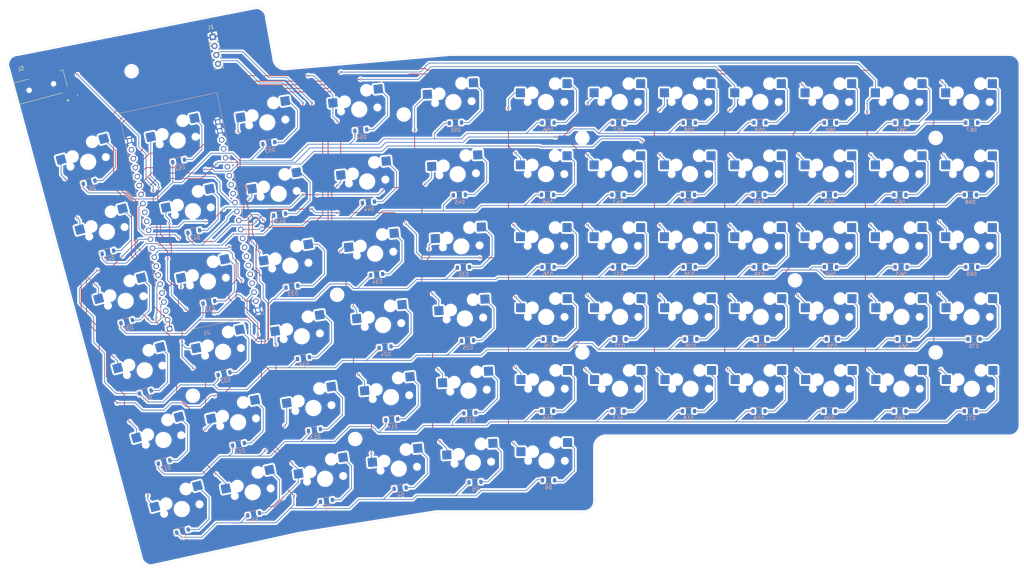
<source format=kicad_pcb>
(kicad_pcb (version 20241229) (generator "pcbnew") (generator_version "9.0")
  (title_block (title "THE_MULTIBOARD_RIGHT") (date "2025-07-30") (rev "1.0") (comment 1 "Author: Felix Wittwer"))
  (layers (0 "F.Cu" signal) (2 "B.Cu" signal) (13 "F.Paste" user) (15 "B.Paste" user) (5 "F.SilkS" user "F.Silkscreen") (7 "B.SilkS" user "B.Silkscreen") (1 "F.Mask" user) (3 "B.Mask" user) (25 "Edge.Cuts" user))
  (net 0 "")
  (net 1 "Net-(D1-A)")
  (net 2 "ROW1")
  (net 3 "Net-(D2-A)")
  (net 4 "COL1")
  (net 5 "COL2")
  (net 6 "Net-(D3-A)")
  (net 7 "Net-(D4-A)")
  (net 8 "Net-(D5-A)")
  (net 9 "Net-(D6-A)")
  (net 10 "Net-(D41-A)")
  (net 11 "Net-(D42-A)")
  (net 12 "Net-(D43-A)")
  (net 13 "Net-(D51-A)")
  (net 14 "Net-(D11-A)")
  (net 15 "ROW2")
  (net 16 "Net-(D12-A)")
  (net 17 "Net-(D13-A)")
  (net 18 "Net-(D14-A)")
  (net 19 "Net-(D15-A)")
  (net 20 "Net-(D16-A)")
  (net 21 "Net-(D17-A)")
  (net 22 "Net-(D18-A)")
  (net 23 "Net-(D19-A)")
  (net 24 "Net-(D20-A)")
  (net 25 "Net-(D21-A)")
  (net 26 "ROW3")
  (net 27 "Net-(D22-A)")
  (net 28 "Net-(D23-A)")
  (net 29 "Net-(D24-A)")
  (net 30 "Net-(D25-A)")
  (net 31 "Net-(D26-A)")
  (net 32 "Net-(D27-A)")
  (net 33 "Net-(D28-A)")
  (net 34 "Net-(D29-A)")
  (net 35 "Net-(D30-A)")
  (net 36 "Net-(D31-A)")
  (net 37 "ROW4")
  (net 38 "Net-(D32-A)")
  (net 39 "Net-(D33-A)")
  (net 40 "Net-(D34-A)")
  (net 41 "Net-(D35-A)")
  (net 42 "Net-(D36-A)")
  (net 43 "Net-(D37-A)")
  (net 44 "Net-(D38-A)")
  (net 45 "Net-(D39-A)")
  (net 46 "Net-(D40-A)")
  (net 47 "Net-(D44-A)")
  (net 48 "ROW5")
  (net 49 "Net-(D45-A)")
  (net 50 "Net-(D46-A)")
  (net 51 "Net-(D47-A)")
  (net 52 "Net-(D48-A)")
  (net 53 "Net-(D49-A)")
  (net 54 "Net-(D50-A)")
  (net 55 "Net-(D54-A)")
  (net 56 "ROW6")
  (net 57 "Net-(D55-A)")
  (net 58 "Net-(D56-A)")
  (net 59 "Net-(D57-A)")
  (net 60 "Net-(D58-A)")
  (net 61 "Net-(D59-A)")
  (net 62 "Net-(D60-A)")
  (net 63 "COL3")
  (net 64 "COL4")
  (net 65 "COL5")
  (net 66 "COL6")
  (net 67 "ROW7")
  (net 68 "ROW8")
  (net 69 "ROW9")
  (net 70 "ROW10")
  (net 71 "Net-(D52-A)")
  (net 74 "GND")
  (net 75 "Net-(D53-A)")
  (net 81 "Net-(D61-A)")
  (net 83 "TX")
  (net 84 "RX")
  (net 86 "Net-(D62-A)")
  (net 87 "Net-(D63-A)")
  (net 90 "Net-(D64-A)")
  (net 91 "Net-(D65-A)")
  (net 95 "Net-(D67-A)")
  (net 96 "Net-(D68-A)")
  (net 97 "Net-(D69-A)")
  (net 98 "Net-(D70-A)")
  (net 99 "Net-(D71-A)")
  (net 100 "ROW11")
  (net 101 "ROW12")
  (net 102 "+3V3")
  (net 103 "SDA")
  (net 104 "SCL")
  (footprint "Connector_PinSocket_2.54mm:PinSocket_1x04_P2.54mm_Vertical" (layer "F.Cu") (at 83.515345 38.506667 11)
    (property "Reference" "J1")
    (property "Value" "OLED")
  )
  (footprint "PJ:HRO_PJ-320D-A" (layer "F.Cu") (at 35.98074 52.394133 15)
    (property "Reference" "J2")
    (property "Value" "PJ-320D-A")
  )
  (footprint "Diode_SMD:D_SOD-123" (layer "B.Cu") (at 70.018281 156.38203 15)
    (property "Reference" "D11")
    (property "Value" "D")
  )
  (footprint "Diode_SMD:D_SOD-123" (layer "B.Cu") (at 254.541818 82.2748)
    (property "Reference" "D50")
    (property "Value" "D")
  )
  (footprint "Diode_SMD:D_SOD-123" (layer "B.Cu") (at 124.570738 64.339382 6)
    (property "Reference" "D54")
    (property "Value" "D")
  )
  (footprint "Diode_SMD:D_SOD-123" (layer "B.Cu") (at 255.36 122.2748)
    (property "Reference" "D30")
    (property "Value" "D")
  )
  (footprint "MX:MX-Hotswap-1U" (layer "B.Cu") (at 69.831463 150.27203 -165)
    (property "Reference" "SW13")
    (property "Value" "SW_Push")
  )
  (footprint "Diode_SMD:D_SOD-123" (layer "B.Cu") (at 49.218281 78.78203 15)
    (property "Reference" "D51")
    (property "Value" "D")
  )
  (footprint "Diode_SMD:D_SOD-123" (layer "B.Cu") (at 176.36 142.2748)
    (property "Reference" "D16")
    (property "Value" "D")
  )
  (footprint "MX:MX-Hotswap-1U" (layer "B.Cu") (at 254.863636 96.45 180)
    (property "Reference" "SW42")
    (property "Value" "SW_Push")
  )
  (footprint "MX:MX-Hotswap-1U" (layer "B.Cu") (at 274.367273 76.53 180)
    (property "Reference" "SW64")
    (property "Value" "SW_Push")
  )
  (footprint "Diode_SMD:D_SOD-123" (layer "B.Cu") (at 156.219545 161.9668 3)
    (property "Reference" "D5")
    (property "Value" "D")
  )
  (footprint "MX:MX-Hotswap-1U" (layer "B.Cu") (at 235.474091 136.0648 180)
    (property "Reference" "SW21")
    (property "Value" "SW_Push")
  )
  (footprint "Diode_SMD:D_SOD-123" (layer "B.Cu") (at 215.450909 82.2748)
    (property "Reference" "D48")
    (property "Value" "D")
  )
  (footprint "Diode_SMD:D_SOD-123" (layer "B.Cu") (at 176.814545 122.2748)
    (property "Reference" "D26")
    (property "Value" "D")
  )
  (footprint "MX:MX-Hotswap-1U" (layer "B.Cu") (at 254.941363 116.1448 180)
    (property "Reference" "SW32")
    (property "Value" "SW_Push")
  )
  (footprint "Diode_SMD:D_SOD-123" (layer "B.Cu") (at 78.238447 92.466027 12)
    (property "Reference" "D42")
    (property "Value" "D")
  )
  (footprint "MX:MX-Hotswap-1U" (layer "B.Cu") (at 98.620553 62.206164 -171)
    (property "Reference" "SW55")
    (property "Value" "SW_Push")
  )
  (footprint "MX:MX-Hotswap-1U" (layer "B.Cu") (at 215.856364 56.53 180)
    (property "Reference" "SW60")
    (property "Value" "SW_Push")
  )
  (footprint "Diode_SMD:D_SOD-123" (layer "B.Cu") (at 94.838447 170.866027 12)
    (property "Reference" "D2")
    (property "Value" "D")
  )
  (footprint "MX:MX-Hotswap-1U" (layer "B.Cu") (at 154.432727 136.5748 -177)
    (property "Reference" "SW17")
    (property "Value" "SW_Push")
  )
  (footprint "MX:MX-Hotswap-1U" (layer "B.Cu") (at 254.863636 76.53 180)
    (property "Reference" "SW52")
    (property "Value" "SW_Push")
  )
  (footprint "MX:MX-Hotswap-1U" (layer "B.Cu") (at 153.432727 116.5748 -177)
    (property "Reference" "SW27")
    (property "Value" "SW_Push")
  )
  (footprint "Diode_SMD:D_SOD-123" (layer "B.Cu") (at 274.405454 102.2748)
    (property "Reference" "D63")
    (property "Value" "D")
  )
  (footprint "Diode_SMD:D_SOD-123" (layer "B.Cu") (at 105.454189 107.750964 9)
    (property "Reference" "D33")
    (property "Value" "D")
  )
  (footprint "MX:MX-Hotswap-1U" (layer "B.Cu") (at 108.194644 121.520964 -171)
    (property "Reference" "SW25")
    (property "Value" "SW_Push")
  )
  (footprint "Diode_SMD:D_SOD-123" (layer "B.Cu") (at 235.250909 102.2748)
    (property "Reference" "D39")
    (property "Value" "D")
  )
  (footprint "MX:MX-Hotswap-1U" (layer "B.Cu") (at 135.098646 158.244609 -174)
    (property "Reference" "SW6")
    (property "Value" "SW_Push")
  )
  (footprint "MX:MX-Hotswap-1U" (layer "B.Cu") (at 216.006819 136.0648 180)
    (property "Reference" "SW20")
    (property "Value" "SW_Push")
  )
  (footprint "MX:MX-Hotswap-1U" (layer "B.Cu") (at 130.736193 118.394582 -174)
    (property "Reference" "SW26")
    (property "Value" "SW_Push")
  )
  (footprint "MX:MX-Hotswap-1U" (layer "B.Cu") (at 196.352727 96.45 180)
    (property "Reference" "SW39")
    (property "Value" "SW_Push")
  )
  (footprint "MX:MX-Hotswap-1U" (layer "B.Cu") (at 176.065909 136.0648 180)
    (property "Reference" "SW18")
    (property "Value" "SW_Push")
  )
  (footprint "MX:MX-Hotswap-1U" (layer "B.Cu") (at 196.352727 76.53 180)
    (property "Reference" "SW49")
    (property "Value" "SW_Push")
  )
  (footprint "MX:MX-Hotswap-1U" (layer "B.Cu") (at 175.922727 76.53 180)
    (property "Reference" "SW48")
    (property "Value" "SW_Push")
  )
  (footprint "MX:MX-Hotswap-1U" (layer "B.Cu") (at 86.355265 125.836027 -168)
    (property "Reference" "SW24")
    (property "Value" "SW_Push")
  )
  (footprint "MX:MX-Hotswap-1U" (layer "B.Cu") (at 48.946463 73.13723 -165)
    (property "Reference" "SW53")
    (property "Value" "SW_Push")
  )
  (footprint "MX:MX-Hotswap-1U" (layer "B.Cu") (at 254.863636 56.53 180)
    (property "Reference" "SW62")
    (property "Value" "SW_Push")
  )
  (footprint "MX:MX-Hotswap-1U" (layer "B.Cu") (at 196.459545 116.1448 180)
    (property "Reference" "SW29")
    (property "Value" "SW_Push")
  )
  (footprint "Diode_SMD:D_SOD-123" (layer "B.Cu") (at 126.675284 84.339382 6)
    (property "Reference" "D44")
    (property "Value" "D")
  )
  (footprint "Diode_SMD:D_SOD-123" (layer "B.Cu") (at 215.673636 62.2748)
    (property "Reference" "D58")
    (property "Value" "D")
  )
  (footprint "Diode_SMD:D_SOD-123" (layer "B.Cu") (at 154.801363 142.7848 3)
    (property "Reference" "D15")
    (property "Value" "D")
  )
  (footprint "MX:MX-Hotswap-1U" (layer "B.Cu") (at 293.870909 96.45 180)
    (property "Reference" "SW71")
    (property "Value" "SW_Push")
  )
  (footprint "Diode_SMD:D_SOD-123" (layer "B.Cu") (at 293.982727 62.2748)
    (property "Reference" "D67")
    (property "Value" "D")
  )
  (footprint "MX:MX-Hotswap-1U" (layer "B.Cu") (at 151.432727 76.5748 -177)
    (property "Reference" "SW47")
    (property "Value" "SW_Push")
  )
  (footprint "Diode_SMD:D_SOD-123" (layer "B.Cu") (at 274.087272 142.2748)
    (property "Reference" "D65")
    (property "Value" "D")
  )
  (footprint "MX:MX-Hotswap-1U" (layer "B.Cu") (at 196.459545 136.0648 180)
    (property "Reference" "SW19")
    (property "Value" "SW_Push")
  )
  (footprint "Diode_SMD:D_SOD-123" (layer "B.Cu") (at 215.450909 142.2748)
    (property "Reference" "D18")
    (property "Value" "D")
  )
  (footprint "Diode_SMD:D_SOD-123" (layer "B.Cu") (at 131.292102 124.524582 6)
    (property "Reference" "D24")
    (property "Value" "D")
  )
  (footprint "MX:MX-Hotswap-1U" (layer "B.Cu") (at 215.856364 96.45 180)
    (property "Reference" "SW40")
    (property "Value" "SW_Push")
  )
  (footprint "Diode_SMD:D_SOD-123" (layer "B.Cu") (at 86.638447 131.866027 12)
    (property "Reference" "D22")
    (property "Value" "D")
  )
  (footprint "MX:MX-Hotswap-1U" (layer "B.Cu") (at 126.336193 78.594582 -174)
    (property "Reference" "SW46")
    (property "Value" "SW_Push")
  )
  (footprint "MX:MX-Hotswap-1U" (layer "B.Cu") (at 101.775098 82.006164 -171)
    (property "Reference" "SW45")
    (property "Value" "SW_Push")
  )
  (footprint "MX:MX-Hotswap-1U" (layer "B.Cu") (at 235.36 76.53 180)
    (property "Reference" "SW51")
    (property "Value" "SW_Push")
  )
  (footprint "Diode_SMD:D_SOD-123" (layer "B.Cu") (at 196.096363 62.2748)
    (property "Reference" "D57")
    (property "Value" "D")
  )
  (footprint "Diode_SMD:D_SOD-123" (layer "B.Cu") (at 176.632727 161.4568)
    (property "Reference" "D6")
    (property "Value" "D")
  )
  (footprint "MX:MX-Hotswap-1U" (layer "B.Cu") (at 54.146463 92.53723 -165)
    (property "Reference" "SW43")
    (property "Value" "SW_Push")
  )
  (footprint "Diode_SMD:D_SOD-123" (layer "B.Cu") (at 64.818281 136.98203 15)
    (property "Reference" "D21")
    (property "Value" "D")
  )
  (footprint "Diode_SMD:D_SOD-123" (layer "B.Cu") (at 176.519091 62.2748)
    (property "Reference" "D56")
    (property "Value" "D")
  )
  (footprint "MX:MX-Hotswap-1U" (layer "B.Cu") (at 235.474091 116.1448 180)
    (property "Reference" "SW31")
    (property "Value" "SW_Push")
  )
  (footprint "MX:MX-Hotswap-1U" (layer "B.Cu") (at 294.035909 136.0648 180)
    (property "Reference" "SW73")
    (property "Value" "SW_Push")
  )
  (footprint "MX:MX-Hotswap-1U" (layer "B.Cu") (at 176.065909 156.0648 180)
    (property "Reference" "SW8")
    (property "Value" "SW_Push")
  )
  (footprint "Diode_SMD:D_SOD-123" (layer "B.Cu") (at 254.541818 142.2748)
    (property "Reference" "D20")
    (property "Value" "D")
  )
  (footprint "Diode_SMD:D_SOD-123" (layer "B.Cu") (at 215.673636 102.2748)
    (property "Reference" "D38")
    (property "Value" "D")
  )
  (footprint "Diode_SMD:D_SOD-123" (layer "B.Cu") (at 151.900908 82.3196 3)
    (property "Reference" "D45")
    (property "Value" "D")
  )
  (footprint "Diode_SMD:D_SOD-123" (layer "B.Cu") (at 293.982727 102.2748)
    (property "Reference" "D69")
    (property "Value" "D")
  )
  (footprint "MX:MX-Hotswap-1U" (layer "B.Cu") (at 74.925488 169.4288 -165)
    (property "Reference" "SW3")
    (property "Value" "SW_Push")
  )
  (footprint "Diode_SMD:D_SOD-123" (layer "B.Cu") (at 235.250909 62.2748)
    (property "Reference" "D59")
    (property "Value" "D")
  )
  (footprint "Diode_SMD:D_SOD-123" (layer "B.Cu") (at 99.054189 67.950964 9)
    (property "Reference" "D53")
    (property "Value" "D")
  )
  (footprint "Diode_SMD:D_SOD-123" (layer "B.Cu") (at 59.630725 117.436132 15)
    (property "Reference" "D31")
    (property "Value" "D")
  )
  (footprint "MX:MX-Hotswap-1U" (layer "B.Cu") (at 90.526174 145.356027 -168)
    (property "Reference" "SW14")
    (property "Value" "SW_Push")
  )
  (footprint "Diode_SMD:D_SOD-123" (layer "B.Cu") (at 216.087272 122.2748)
    (property "Reference" "D28")
    (property "Value" "D")
  )
  (footprint "MX:MX-Hotswap-1U" (layer "B.Cu") (at 235.36 96.45 180)
    (property "Reference" "SW41")
    (property "Value" "SW_Push")
  )
  (footprint "MX:MX-Hotswap-1U" (layer "B.Cu") (at 274.488637 136.0648 180)
    (property "Reference" "SW67")
    (property "Value" "SW_Push")
  )
  (footprint "Diode_SMD:D_SOD-123" (layer "B.Cu") (at 74.038447 72.866027 12)
    (property "Reference" "D52")
    (property "Value" "D")
  )
  (footprint "Diode_SMD:D_SOD-123" (layer "B.Cu") (at 75.112306 175.5388 15)
    (property "Reference" "D1")
    (property "Value" "D")
  )
  (footprint "MX:MX-Hotswap-1U" (layer "B.Cu") (at 124.136193 58.594582 -174)
    (property "Reference" "SW56")
    (property "Value" "SW_Push")
  )
  (footprint "MX:MX-Hotswap-1U" (layer "B.Cu") (at 128.536193 98.594582 -174)
    (property "Reference" "SW36")
    (property "Value" "SW_Push")
  )
  (footprint "Diode_SMD:D_SOD-123" (layer "B.Cu") (at 274.087272 82.2748)
    (property "Reference" "D62")
    (property "Value" "D")
  )
  (footprint "MX:MX-Hotswap-1U" (layer "B.Cu") (at 293.955909 116.1448 180)
    (property "Reference" "SW72")
    (property "Value" "SW_Push")
  )
  (footprint "MX:MX-Hotswap-1U" (layer "B.Cu") (at 274.488637 116.1448 180)
    (property "Reference" "SW66")
    (property "Value" "SW_Push")
  )
  (footprint "Diode_SMD:D_SOD-123" (layer "B.Cu") (at 254.828182 102.2748)
    (property "Reference" "D40")
    (property "Value" "D")
  )
  (footprint "MX:MX-Hotswap-1U" (layer "B.Cu") (at 215.926819 116.1448 180)
    (property "Reference" "SW30")
    (property "Value" "SW_Push")
  )
  (footprint "Diode_SMD:D_SOD-123" (layer "B.Cu") (at 82.438447 112.066027 12)
    (property "Reference" "D32")
    (property "Value" "D")
  )
  (footprint "Diode_SMD:D_SOD-123" (layer "B.Cu") (at 128.970738 104.419382 6)
    (property "Reference" "D34")
    (property "Value" "D")
  )
  (footprint "Diode_SMD:D_SOD-123" (layer "B.Cu") (at 196.450909 122.2748)
    (property "Reference" "D27")
    (property "Value" "D")
  )
  (footprint "Diode_SMD:D_SOD-123" (layer "B.Cu") (at 111.697345 147.519471 9)
    (property "Reference" "D13")
    (property "Value" "D")
  )
  (footprint "Diode_SMD:D_SOD-123" (layer "B.Cu") (at 195.905454 82.2748)
    (property "Reference" "D47")
    (property "Value" "D")
  )
  (footprint "MX:MX-Hotswap-1U" (layer "B.Cu") (at 105.020553 101.926164 -171)
    (property "Reference" "SW35")
    (property "Value" "SW_Push")
  )
  (footprint "MX:MX-Hotswap-1U" (layer "B.Cu") (at 94.591629 164.756027 -168)
    (property "Reference" "SW4")
    (property "Value" "SW_Push")
  )
  (footprint "MX:MX-Hotswap-1U" (layer "B.Cu") (at 132.936193 138.394582 -174)
    (property "Reference" "SW16")
    (property "Value" "SW_Push")
  )
  (footprint "MX:MX-Hotswap-1U" (layer "B.Cu") (at 73.76572 67.221227 -168)
    (property "Reference" "SW54")
    (property "Value" "SW_Push")
  )
  (footprint "Diode_SMD:D_SOD-123" (layer "B.Cu") (at 234.996363 82.2748)
    (property "Reference" "D49")
    (property "Value" "D")
  )
  (footprint "MX:MX-Hotswap-1U" (layer "B.Cu") (at 114.667371 161.040964 -171)
    (property "Reference" "SW5")
    (property "Value" "SW_Push")
  )
  (footprint "Diode_SMD:D_SOD-123" (layer "B.Cu") (at 153.028181 102.3996 3)
    (property "Reference" "D35")
    (property "Value" "D")
  )
  (footprint "MX:MX-Hotswap-1U" (layer "B.Cu") (at 293.870909 56.53 180)
    (property "Reference" "SW69")
    (property "Value" "SW_Push")
  )
  (footprint "MX:MX-Hotswap-1U" (layer "B.Cu") (at 274.367273 56.53 180)
    (property "Reference" "SW63")
    (property "Value" "SW_Push")
  )
  (footprint "Diode_SMD:D_SOD-123" (layer "B.Cu") (at 254.828182 62.2748)
    (property "Reference" "D60")
    (property "Value" "D")
  )
  (footprint "Diode_SMD:D_SOD-123" (layer "B.Cu") (at 115.054189 167.150964 9)
    (property "Reference" "D3")
    (property "Value" "D")
  )
  (footprint "MX:MX-Hotswap-1U" (layer "B.Cu") (at 64.631463 130.95203 -165)
    (property "Reference" "SW23")
    (property "Value" "SW_Push")
  )
  (footprint "Diode_SMD:D_SOD-123" (layer "B.Cu") (at 176.519091 102.2748)
    (property "Reference" "D36")
    (property "Value" "D")
  )
  (footprint "Diode_SMD:D_SOD-123" (layer "B.Cu") (at 235.723636 122.2748)
    (property "Reference" "D29")
    (property "Value" "D")
  )
  (footprint "MX:MX-Hotswap-1U" (layer "B.Cu") (at 235.36 56.53 180)
    (property "Reference" "SW61")
    (property "Value" "SW_Push")
  )
  (footprint "MX:MX-Hotswap-1U" (layer "B.Cu") (at 77.997538 86.821227 -168)
    (property "Reference" "SW44")
    (property "Value" "SW_Push")
  )
  (footprint "Diode_SMD:D_SOD-123" (layer "B.Cu") (at 234.996363 142.2748)
    (property "Reference" "D19")
    (property "Value" "D")
  )
  (footprint "Diode_SMD:D_SOD-123" (layer "B.Cu") (at 274.405454 62.2748)
    (property "Reference" "D61")
    (property "Value" "D")
  )
  (footprint "Diode_SMD:D_SOD-123" (layer "B.Cu") (at 176.36 82.2748)
    (property "Reference" "D46")
    (property "Value" "D")
  )
  (footprint "MX:MX-Hotswap-1U" (layer "B.Cu") (at 59.358907 111.711332 -165)
    (property "Reference" "SW33")
    (property "Value" "SW_Push")
  )
  (footprint "MX:MX-Hotswap-1U" (layer "B.Cu") (at 155.632727 156.5748 -177)
    (property "Reference" "SW7")
    (property "Value" "SW_Push")
  )
  (footprint "MX:MX-Hotswap-1U" (layer "B.Cu") (at 175.985909 116.1448 180)
    (property "Reference" "SW28")
    (property "Value" "SW_Push")
  )
  (footprint "Diode_SMD:D_SOD-123" (layer "B.Cu") (at 274.996363 122.2748)
    (property "Reference" "D64")
    (property "Value" "D")
  )
  (footprint "Diode_SMD:D_SOD-123" (layer "B.Cu") (at 154.165 122.7048 3)
    (property "Reference" "D25")
    (property "Value" "D")
  )
  (footprint "Diode_SMD:D_SOD-123" (layer "B.Cu") (at 293.632727 82.2748)
    (property "Reference" "D68")
    (property "Value" "D")
  )
  (footprint "Diode_SMD:D_SOD-123" (layer "B.Cu") (at 293.632727 142.2748)
    (property "Reference" "D71")
    (property "Value" "D")
  )
  (footprint "MX:MX-Hotswap-1U" (layer "B.Cu") (at 196.352727 56.53 180)
    (property "Reference" "SW59")
    (property "Value" "SW_Push")
  )
  (footprint "ESPS3:XCVR_ESP32-S3-DEVKITC-1-N8R2" (layer "B.Cu") (at 76.482932 87.763889 12)
    (property "Reference" "U1")
    (property "Value" "ESP32-S3-DEVKITC-1-N8R2")
  )
  (footprint "MX:MX-Hotswap-1U" (layer "B.Cu") (at 293.870909 76.53 180)
    (property "Reference" "SW70")
    (property "Value" "SW_Push")
  )
  (footprint "Diode_SMD:D_SOD-123" (layer "B.Cu") (at 90.638447 151.466027 12)
    (property "Reference" "D12")
    (property "Value" "D")
  )
  (footprint "Diode_SMD:D_SOD-123" (layer "B.Cu") (at 102.054189 87.750964 9)
    (property "Reference" "D43")
    (property "Value" "D")
  )
  (footprint "MX:MX-Hotswap-1U" (layer "B.Cu") (at 274.367273 96.45 180)
    (property "Reference" "SW65")
    (property "Value" "SW_Push")
  )
  (footprint "Diode_SMD:D_SOD-123" (layer "B.Cu") (at 196.096363 102.2748)
    (property "Reference" "D37")
    (property "Value" "D")
  )
  (footprint "MX:MX-Hotswap-1U" (layer "B.Cu") (at 215.856364 76.53 180)
    (property "Reference" "SW50")
    (property "Value" "SW_Push")
  )
  (footprint "Diode_SMD:D_SOD-123" (layer "B.Cu") (at 133.139375 144.604582 6)
    (property "Reference" "D14")
    (property "Value" "D")
  )
  (footprint "MX:MX-Hotswap-1U" (layer "B.Cu") (at 175.922727 96.45 180)
    (property "Reference" "SW38")
    (property "Value" "SW_Push")
  )
  (footprint "Diode_SMD:D_SOD-123" (layer "B.Cu") (at 54.418281 98.18203 15)
    (property "Reference" "D41")
    (property "Value" "D")
  )
  (footprint "MX:MX-Hotswap-1U" (layer "B.Cu") (at 82.16572 106.341227 -168)
    (property "Reference" "SW34")
    (property "Value" "SW_Push")
  )
  (footprint "Diode_SMD:D_SOD-123" (layer "B.Cu") (at 150.828181 62.3196 3)
    (property "Reference" "D55")
    (property "Value" "D")
  )
  (footprint "Diode_SMD:D_SOD-123" (layer "B.Cu") (at 195.905454 142.2748)
    (property "Reference" "D17")
    (property "Value" "D")
  )
  (footprint "MX:MX-Hotswap-1U" (layer "B.Cu") (at 175.922727 56.53 180)
    (property "Reference" "SW58")
    (property "Value" "SW_Push")
  )
  (footprint "Diode_SMD:D_SOD-123" (layer "B.Cu") (at 108.654189 127.550964 9)
    (property "Reference" "D23")
    (property "Value" "D")
  )
  (footprint "MX:MX-Hotswap-1U" (layer "B.Cu") (at 111.419618 141.409471 -171)
    (property "Reference" "SW15")
    (property "Value" "SW_Push")
  )
  (footprint "MX:MX-Hotswap-1U" (layer "B.Cu") (at 150.232727 56.5748 -177)
    (property "Reference" "SW57")
    (property "Value" "SW_Push")
  )
  (footprint "MX:MX-Hotswap-1U" (layer "B.Cu") (at 255.021363 136.0648 180)
    (property "Reference" "SW22")
    (property "Value" "SW_Push")
  )
  (footprint "Diode_SMD:D_SOD-123" (layer "B.Cu") (at 294.632727 122.2748)
    (property "Reference" "D70")
    (property "Value" "D")
  )
  (footprint "MX:MX-Hotswap-1U" (layer "B.Cu") (at 152.432727 96.5748 -177)
    (property "Reference" "SW37")
    (property "Value" "SW_Push")
  )
  (footprint "Diode_SMD:D_SOD-123" (layer "B.Cu") (at 135.465464 163.636609 6)
    (property "Reference" "D4")
    (property "Value" "D")
  )
  (gr_circle (center 245 106) (end 246.5 106) (stroke (width 0.05)) (fill no) (layer "Edge.Cuts"))
  (gr_circle (center 61 48) (end 62.5 48) (stroke (width 0.05)) (fill no) (layer "Edge.Cuts"))
  (gr_circle (center 136.5 60) (end 138 60) (stroke (width 0.05)) (fill no) (layer "Edge.Cuts"))
  (gr_line (start 304.5 43.25) (end 149.5 43.25) (stroke (width 0.05)) (layer "Edge.Cuts"))
  (gr_line (start 95.5 30.25) (end 29.5 43.25) (stroke (width 0.05)) (layer "Edge.Cuts"))
  (gr_arc (start 66.5 185.25) (mid 64.499514 184.485632) (end 63.518431 182.582036) (stroke (width 0.05)) (layer "Edge.Cuts"))
  (gr_line (start 149.5 43.25) (end 103.5 47.25) (stroke (width 0.05)) (layer "Edge.Cuts"))
  (gr_circle (center 186 126) (end 187.5 126) (stroke (width 0.05)) (fill no) (layer "Edge.Cuts"))
  (gr_arc (start 189.5 152.25) (mid 190.37868 150.12868) (end 192.5 149.25) (stroke (width 0.05)) (layer "Edge.Cuts"))
  (gr_circle (center 284 126) (end 285.5 126) (stroke (width 0.05)) (fill no) (layer "Edge.Cuts"))
  (gr_circle (center 118 110) (end 119.5 110) (stroke (width 0.05)) (fill no) (layer "Edge.Cuts"))
  (gr_arc (start 307.5 146.25) (mid 306.62132 148.37132) (end 304.5 149.25) (stroke (width 0.05)) (layer "Edge.Cuts"))
  (gr_arc (start 103.5 47.25) (mid 101.37868 46.37132) (end 100.5 44.25) (stroke (width 0.05)) (layer "Edge.Cuts"))
  (gr_arc (start 26.5 46.25) (mid 27.37868 44.12868) (end 29.5 43.25) (stroke (width 0.05)) (layer "Edge.Cuts"))
  (gr_arc (start 95.5 30.25) (mid 97.62132 31.12868) (end 98.5 33.25) (stroke (width 0.05)) (layer "Edge.Cuts"))
  (gr_arc (start 189.5 167.25) (mid 188.62132 169.37132) (end 186.5 170.25) (stroke (width 0.05)) (layer "Edge.Cuts"))
  (gr_line (start 307.5 146.25) (end 307.5 46.25) (stroke (width 0.05)) (layer "Edge.Cuts"))
  (gr_line (start 189.5 167.25) (end 189.5 152.25) (stroke (width 0.05)) (layer "Edge.Cuts"))
  (gr_line (start 26.5 46.25) (end 63.518431 182.582033) (stroke (width 0.05)) (layer "Edge.Cuts"))
  (gr_line (start 192.5 149.25) (end 304.5 149.25) (stroke (width 0.05)) (layer "Edge.Cuts"))
  (gr_line (start 145.5 170.25) (end 186.5 170.25) (stroke (width 0.05)) (layer "Edge.Cuts"))
  (gr_line (start 107.5 176.25) (end 145.5 170.25) (stroke (width 0.05)) (layer "Edge.Cuts"))
  (gr_circle (center 78 138) (end 79.5 138) (stroke (width 0.05)) (fill no) (layer "Edge.Cuts"))
  (gr_line (start 100.5 44.25) (end 98.5 33.25) (stroke (width 0.05)) (layer "Edge.Cuts"))
  (gr_circle (center 284 66.5) (end 285.5 66.5) (stroke (width 0.05)) (fill no) (layer "Edge.Cuts"))
  (gr_circle (center 123 150) (end 124.5 150) (stroke (width 0.05)) (fill no) (layer "Edge.Cuts"))
  (gr_circle (center 186 66.5) (end 187.5 66.5) (stroke (width 0.05)) (fill no) (layer "Edge.Cuts"))
  (gr_line (start 66.5 185.25) (end 107.5 176.25) (stroke (width 0.05)) (layer "Edge.Cuts"))
  (gr_arc (start 304.5 43.25) (mid 306.62132 44.12868) (end 307.5 46.25) (stroke (width 0.05)) (layer "Edge.Cuts"))
  (segment (start 79.638252 175.111748) (end 76.706084 175.111748) (width 0.2) (layer "B.Cu") (net 1))
  (segment (start 82.5 172.25) (end 79.638252 175.111748) (width 0.2) (layer "B.Cu") (net 1))
  (segment (start 82.5 166.25625) (end 82.5 172.25) (width 0.2) (layer "B.Cu") (net 1))
  (segment (start 79.253626 163.009876) (end 82.5 166.25625) (width 0.2) (layer "B.Cu") (net 1))
  (segment (start 57 114.75) (end 62.5 114.75) (width 0.2) (layer "F.Cu") (net 2))
  (segment (start 59 143.75) (end 59 139.25) (width 0.2) (layer "F.Cu") (net 2))
  (segment (start 48.5 115.75) (end 48.5 104.25) (width 0.2) (layer "F.Cu") (net 2))
  (segment (start 54 121.25) (end 49 116.25) (width 0.2) (layer "F.Cu") (net 2))
  (segment (start 54 125.25) (end 54 124.25) (width 0.2) (layer "F.Cu") (net 2))
  (segment (start 54 124.25) (end 54 122.75) (width 0.2) (layer "F.Cu") (net 2))
  (segment (start 59 152.25) (end 59 143.75) (width 0.2) (layer "F.Cu") (net 2))
  (segment (start 65.5 165.75) (end 65.5 158.75) (width 0.2) (layer "F.Cu") (net 2))
  (segment (start 61.5 154.75) (end 59 152.25) (width 0.2) (layer "F.Cu") (net 2))
  (segment (start 43.5 87.75) (end 43.5 85.75) (width 0.2) (layer "F.Cu") (net 2))
  (segment (start 59 137.75) (end 55 133.75) (width 0.2) (layer "F.Cu") (net 2))
  (segment (start 60.5 145.25) (end 59 143.75) (width 0.2) (layer "F.Cu") (net 2))
  (segment (start 43.5 94.25) (end 43.5 87.75) (width 0.2) (layer "F.Cu") (net 2))
  (segment (start 43.5 86.25) (end 43.5 85.75) (width 0.2) (layer "F.Cu") (net 2))
  (segment (start 54 122.75) (end 54 121.25) (width 0.2) (layer "F.Cu") (net 2))
  (segment (start 62.5 114.75) (end 63.5 114.75) (width 0.2) (layer "F.Cu") (net 2))
  (segment (start 46 88.75) (end 43.5 86.25) (width 0.2) (layer "F.Cu") (net 2))
  (segment (start 51 107.25) (end 48.5 104.75) (width 0.2) (layer "F.Cu") (net 2))
  (segment (start 54 117.75) (end 56.5 115.25) (width 0.2) (layer "F.Cu") (net 2))
  (segment (start 55 133.75) (end 54 132.75) (width 0.2) (layer "F.Cu") (net 2))
  (segment (start 63.5 114.75) (end 65.5 116.75) (width 0.2) (layer "F.Cu") (net 2))
  (segment (start 65.5 158.75) (end 61.5 154.75) (width 0.2) (layer "F.Cu") (net 2))
  (segment (start 43.5 78.75) (end 42.5 77.75) (width 0.2) (layer "F.Cu") (net 2))
  (segment (start 48.5 104.75) (end 48.5 104.25) (width 0.2) (layer "F.Cu") (net 2))
  (segment (start 56 127.25) (end 54 125.25) (width 0.2) (layer "F.Cu") (net 2))
  (segment (start 54 132.75) (end 54 124.25) (width 0.2) (layer "F.Cu") (net 2))
  (segment (start 54 121.25) (end 54 117.75) (width 0.2) (layer "F.Cu") (net 2))
  (segment (start 49 116.25) (end 48.5 115.75) (width 0.2) (layer "F.Cu") (net 2))
  (segment (start 48.5 99.25) (end 43.5 94.25) (width 0.2) (layer "F.Cu") (net 2))
  (segment (start 43.5 85.75) (end 43.5 78.75) (width 0.2) (layer "F.Cu") (net 2))
  (segment (start 48.5 104.25) (end 48.5 99.25) (width 0.2) (layer "F.Cu") (net 2))
  (segment (start 59 139.25) (end 59 137.75) (width 0.2) (layer "F.Cu") (net 2))
  (segment (start 56.5 115.25) (end 57 114.75) (width 0.2) (layer "F.Cu") (net 2))
  (via (at 65.5 165.75) (size 0.6) (drill 0.3) (layers "F.Cu" "B.Cu") (net 2))
  (via (at 56 127.25) (size 0.6) (drill 0.3) (layers "F.Cu" "B.Cu") (net 2))
  (via (at 60.5 145.25) (size 0.6) (drill 0.3) (layers "F.Cu" "B.Cu") (net 2))
  (via (at 42.5 77.75) (size 0.6) (drill 0.3) (layers "F.Cu" "B.Cu") (net 2))
  (via (at 65.5 116.75) (size 0.6) (drill 0.3) (layers "F.Cu" "B.Cu") (net 2))
  (via (at 51 107.25) (size 0.6) (drill 0.3) (layers "F.Cu" "B.Cu") (net 2))
  (via (at 46 88.75) (size 0.6) (drill 0.3) (layers "F.Cu" "B.Cu") (net 2))
  (segment (start 46.645478 91.917511) (end 46.645478 89.395478) (width 0.2) (layer "B.Cu") (net 2))
  (segment (start 46.645478 89.395478) (end 46 88.75) (width 0.2) (layer "B.Cu") (net 2))
  (segment (start 69.949531 112.001918) (end 69.101 112.850449) (width 0.2) (layer "B.Cu") (net 2))
  (segment (start 41.445478 72.517511) (end 41.445478 76.695478) (width 0.2) (layer "B.Cu") (net 2))
  (segment (start 62.330478 149.652311) (end 62.330478 147.25) (width 0.2) (layer "B.Cu") (net 2))
  (segment (start 41.445478 76.695478) (end 42.5 77.75) (width 0.2) (layer "B.Cu") (net 2))
  (segment (start 62.330478 147.080478) (end 62.330478 147.25) (width 0.2) (layer "B.Cu") (net 2))
  (segment (start 51.857922 111.091613) (end 51.857922 108.107922) (width 0.2) (layer "B.Cu") (net 2))
  (segment (start 68 117.75) (end 69.101 116.649) (width 0.2) (layer "B.Cu") (net 2))
  (segment (start 67.424503 168.809081) (end 65.5 166.884578) (width 0.2) (layer "B.Cu") (net 2))
  (segment (start 51.857922 108.107922) (end 51 107.25) (width 0.2) (layer "B.Cu") (net 2))
  (segment (start 57.130478 130.332311) (end 57.130478 128.380478) (width 0.2) (layer "B.Cu") (net 2))
  (segment (start 65.5 116.75) (end 66.5 117.75) (width 0.2) (layer "B.Cu") (net 2))
  (segment (start 65.5 166.884578) (end 65.5 165.75) (width 0.2) (layer "B.Cu") (net 2))
  (segment (start 60.5 145.25) (end 62.330478 147.080478) (width 0.2) (layer "B.Cu") (net 2))
  (segment (start 66.5 117.75) (end 68 117.75) (width 0.2) (layer "B.Cu") (net 2))
  (segment (start 57.130478 128.380478) (end 56 127.25) (width 0.2) (layer "B.Cu") (net 2))
  (segment (start 69.101 116.649) (end 69.101 112.850449) (width 0.2) (layer "B.Cu") (net 2))
  (segment (start 99.249776 158.572417) (end 102 161.322641) (width 0.2) (layer "B.Cu") (net 3))
  (segment (start 98.227028 170.522972) (end 96.452391 170.522972) (width 0.2) (layer "B.Cu") (net 3))
  (segment (start 102 166.75) (end 98.227028 170.522972) (width 0.2) (layer "B.Cu") (net 3))
  (segment (start 102 161.322641) (end 102 166.75) (width 0.2) (layer "B.Cu") (net 3))
  (segment (start 103 162.75) (end 106 165.75) (width 0.2) (layer "F.Cu") (net 4))
  (segment (start 98 118.989395) (end 98 129.75) (width 0.2) (layer "F.Cu") (net 4))
  (segment (start 90 108.909045) (end 90 110.989395) (width 0.2) (layer "F.Cu") (net 4))
  (segment (start 103 155.75) (end 103 162.75) (width 0.2) (layer "F.Cu") (net 4))
  (segment (start 100 152.75) (end 103 155.75) (width 0.2) (layer "F.Cu") (net 4))
  (segment (start 98 129.75) (end 100 131.75) (width 0.2) (layer "F.Cu") (net 4))
  (segment (start 91.5 106) (end 91.5 107.409045) (width 0.2) (layer "F.Cu") (net 4))
  (segment (start 90 110.989395) (end 98 118.989395) (width 0.2) (layer "F.Cu") (net 4))
  (segment (start 91.5 107.409045) (end 90 108.909045) (width 0.2) (layer "F.Cu") (net 4))
  (segment (start 100 131.75) (end 100 152.75) (width 0.2) (layer "F.Cu") (net 4))
  (via (at 106 165.75) (size 0.6) (drill 0.3) (layers "F.Cu" "B.Cu") (net 4))
  (via (at 91.5 106) (size 0.6) (drill 0.3) (layers "F.Cu" "B.Cu") (net 4))
  (segment (start 74.802676 177.25) (end 73.518528 175.965852) (width 0.2) (layer "B.Cu") (net 4))
  (segment (start 89 99.75) (end 89 98.75) (width 0.2) (layer "B.Cu") (net 4))
  (segment (start 106 168.25) (end 106 165.75) (width 0.2) (layer "B.Cu") (net 4))
  (segment (start 140 165.75) (end 139 166.75) (width 0.2) (layer "B.Cu") (net 4))
  (segment (start 173.4752 161.2748) (end 170.5 164.25) (width 0.2) (layer "B.Cu") (net 4))
  (segment (start 105 169.25) (end 101 173.25) (width 0.2) (layer "B.Cu") (net 4))
  (segment (start 130.883584 166.75) (end 130 166.75) (width 0.2) (layer "B.Cu") (net 4))
  (segment (start 89 98.75) (end 88 97.75) (width 0.2) (layer "B.Cu") (net 4))
  (segment (start 124 166.75) (end 121.5 169.25) (width 0.2) (layer "B.Cu") (net 4))
  (segment (start 109 169.25) (end 105 169.25) (width 0.2) (layer "B.Cu") (net 4))
  (segment (start 158 164.25) (end 156.5 165.75) (width 0.2) (layer "B.Cu") (net 4))
  (segment (start 133.824503 163.809081) (end 130.883584 166.75) (width 0.2) (layer "B.Cu") (net 4))
  (segment (start 101 173.25) (end 89 173.25) (width 0.2) (layer "B.Cu") (net 4))
  (segment (start 113.424503 167.409081) (end 111.583584 169.25) (width 0.2) (layer "B.Cu") (net 4))
  (segment (start 121.5 169.25) (end 109 169.25) (width 0.2) (layer "B.Cu") (net 4))
  (segment (start 84.5 173.25) (end 80.5 177.25) (width 0.2) (layer "B.Cu") (net 4))
  (segment (start 91.5 106) (end 90.5 105) (width 0.2) (layer "B.Cu") (net 4))
  (segment (start 156.5 165.75) (end 149.5 165.75) (width 0.2) (layer "B.Cu") (net 4))
  (segment (start 174.869091 161.2748) (end 173.4752 161.2748) (width 0.2) (layer "B.Cu") (net 4))
  (segment (start 105 169.25) (end 106 168.25) (width 0.2) (layer "B.Cu") (net 4))
  (segment (start 150.87496 165.75) (end 149.5 165.75) (width 0.2) (layer "B.Cu") (net 4))
  (segment (start 111.583584 169.25) (end 109 169.25) (width 0.2) (layer "B.Cu") (net 4))
  (segment (start 91.183585 173.25) (end 89 173.25) (width 0.2) (layer "B.Cu") (net 4))
  (segment (start 130 166.75) (end 124 166.75) (width 0.2) (layer "B.Cu") (net 4))
  (segment (start 93.224503 171.209082) (end 91.183585 173.25) (width 0.2) (layer "B.Cu") (net 4))
  (segment (start 170.5 164.25) (end 158 164.25) (width 0.2) (layer "B.Cu") (net 4))
  (segment (start 68.5 97.75) (end 67.309053 98.940947) (width 0.2) (layer "B.Cu") (net 4))
  (segment (start 88 97.75) (end 68.5 97.75) (width 0.2) (layer "B.Cu") (net 4))
  (segment (start 80.5 177.25) (end 74.802676 177.25) (width 0.2) (layer "B.Cu") (net 4))
  (segment (start 89 173.25) (end 84.5 173.25) (width 0.2) (layer "B.Cu") (net 4))
  (segment (start 90.5 105) (end 90.5 101.25) (width 0.2) (layer "B.Cu") (net 4))
  (segment (start 139 166.75) (end 130 166.75) (width 0.2) (layer "B.Cu") (net 4))
  (segment (start 154.571806 162.053154) (end 150.87496 165.75) (width 0.2) (layer "B.Cu") (net 4))
  (segment (start 90.5 101.25) (end 89 99.75) (width 0.2) (layer "B.Cu") (net 4))
  (segment (start 67.309053 98.940947) (end 67.309053 99.579444) (width 0.2) (layer "B.Cu") (net 4))
  (segment (start 149.5 165.75) (end 140 165.75) (width 0.2) (layer "B.Cu") (net 4))
  (segment (start 98 153.25) (end 99 152.25) (width 0.2) (layer "F.Cu") (net 5))
  (segment (start 90 106) (end 90 97.75) (width 0.2) (layer "F.Cu") (net 5))
  (segment (start 90 97.75) (end 89 96.75) (width 0.2) (layer "F.Cu") (net 5))
  (segment (start 99 137.75) (end 97 135.75) (width 0.2) (layer "F.Cu") (net 5))
  (segment (start 88 108) (end 90 106) (width 0.2) (layer "F.Cu") (net 5))
  (segment (start 88 111) (end 88 108) (width 0.2) (layer "F.Cu") (net 5))
  (segment (start 89 96.75) (end 88 96.75) (width 0.2) (layer "F.Cu") (net 5))
  (segment (start 97 135.75) (end 97 120) (width 0.2) (layer "F.Cu") (net 5))
  (segment (start 97 120) (end 88 111) (width 0.2) (layer "F.Cu") (net 5))
  (segment (start 99 152.25) (end 99 137.75) (width 0.2) (layer "F.Cu") (net 5))
  (via (at 98 153.25) (size 0.6) (drill 0.3) (layers "F.Cu" "B.Cu") (net 5))
  (via (at 88 96.75) (size 0.6) (drill 0.3) (layers "F.Cu" "B.Cu") (net 5))
  (segment (start 68.424503 158.174503) (end 68.424503 156.809082) (width 0.2) (layer "B.Cu") (net 5))
  (segment (start 193.946363 142.2748) (end 192.9752 142.2748) (width 0.2) (layer "B.Cu") (net 5))
  (segment (start 170 145.25) (end 160.5 145.25) (width 0.2) (layer "B.Cu") (net 5))
  (segment (start 121.5 146.5) (end 117.25 150.75) (width 0.2) (layer "B.Cu") (net 5))
  (segment (start 88 154.75) (end 85.5 154.75) (width 0.2) (layer "B.Cu") (net 5))
  (segment (start 212.4752 142.2748) (end 209.5 145.25) (width 0.2) (layer "B.Cu") (net 5))
  (segment (start 150 145.25) (end 150 146.25) (width 0.2) (layer "B.Cu") (net 5))
  (segment (start 213.523636 142.2748) (end 212.4752 142.2748) (width 0.2) (layer "B.Cu") (net 5))
  (segment (start 129.5 148.25) (end 127.75 146.5) (width 0.2) (layer "B.Cu") (net 5))
  (segment (start 117.25 150.75) (end 108 150.75) (width 0.2) (layer "B.Cu") (net 5))
  (segment (start 103.5 150.75) (end 99.5 154.75) (width 0.2) (layer "B.Cu") (net 5))
  (segment (start 269.9752 142.2748) (end 267 145.25) (width 0.2) (layer "B.Cu") (net 5))
  (segment (start 228.5 145.25) (end 209.5 145.25) (width 0.2) (layer "B.Cu") (net 5))
  (segment (start 98 153.25) (end 96.5 154.75) (width 0.2) (layer "B.Cu") (net 5))
  (segment (start 88 96.75) (end 87.655051 97.094949) (width 0.2) (layer "B.Cu") (net 5))
  (segment (start 99.5 154.75) (end 96 154.75) (width 0.2) (layer "B.Cu") (net 5))
  (segment (start 263 145.25) (end 248.5 145.25) (width 0.2) (layer "B.Cu") (net 5))
  (segment (start 131.498414 144.777054) (end 131.498414 146.251586) (width 0.2) (layer "B.Cu") (net 5))
  (segment (start 110.067659 147.777588) (end 110.067659 148.682341) (width 0.2) (layer "B.Cu") (net 5))
  (segment (start 142 146.25) (end 140 148.25) (width 0.2) (layer "B.Cu") (net 5))
  (segment (start 192.9752 142.2748) (end 190 145.25) (width 0.2) (layer "B.Cu") (net 5))
  (segment (start 289.9752 142.2748) (end 287 145.25) (width 0.2) (layer "B.Cu") (net 5))
  (segment (start 87.655051 97.094949) (end 66.780957 97.094949) (width 0.2) (layer "B.Cu") (net 5))
  (segment (start 153.153624 142.871154) (end 152.378846 142.871154) (width 0.2) (layer "B.Cu") (net 5))
  (segment (start 272.255454 142.2748) (end 269.9752 142.2748) (width 0.2) (layer "B.Cu") (net 5))
  (segment (start 233.100909 142.2748) (end 231.4752 142.2748) (width 0.2) (layer "B.Cu") (net 5))
  (segment (start 251.4752 142.2748) (end 248.5 145.25) (width 0.2) (layer "B.Cu") (net 5))
  (segment (start 248.5 145.25) (end 228.5 145.25) (width 0.2) (layer "B.Cu") (net 5))
  (segment (start 267 145.25) (end 263 145.25) (width 0.2) (layer "B.Cu") (net 5))
  (segment (start 209.5 145.25) (end 190 145.25) (width 0.2) (layer "B.Cu") (net 5))
  (segment (start 80.5 159.75) (end 70 159.75) (width 0.2) (layer "B.Cu") (net 5))
  (segment (start 231.4752 142.2748) (end 228.5 145.25) (width 0.2) (layer "B.Cu") (net 5))
  (segment (start 140 148.25) (end 129.5 148.25) (width 0.2) (layer "B.Cu") (net 5))
  (segment (start 131.498414 146.251586) (end 129.5 148.25) (width 0.2) (layer "B.Cu") (net 5))
  (segment (start 252.678182 142.2748) (end 251.4752 142.2748) (width 0.2) (layer "B.Cu") (net 5))
  (segment (start 287 145.25) (end 267 145.25) (width 0.2) (layer "B.Cu") (net 5))
  (segment (start 127.75 146.5) (end 121.5 146.5) (width 0.2) (layer "B.Cu") (net 5))
  (segment (start 160.5 145.25) (end 159.5 146.25) (width 0.2) (layer "B.Cu") (net 5))
  (segment (start 108 150.75) (end 103.5 150.75) (width 0.2) (layer "B.Cu") (net 5))
  (segment (start 70 159.75) (end 68.424503 158.174503) (width 0.2) (layer "B.Cu") (net 5))
  (segment (start 89.024503 151.809082) (end 89.024503 153.725497) (width 0.2) (layer "B.Cu") (net 5))
  (segment (start 152.378846 142.871154) (end 150 145.25) (width 0.2) (layer "B.Cu") (net 5))
  (segment (start 190 145.25) (end 170 145.25) (width 0.2) (layer "B.Cu") (net 5))
  (segment (start 172.9752 142.2748) (end 170 145.25) (width 0.2) (layer "B.Cu") (net 5))
  (segment (start 291.832727 142.2748) (end 289.9752 142.2748) (width 0.2) (layer "B.Cu") (net 5))
  (segment (start 174.369091 142.2748) (end 172.9752 142.2748) (width 0.2) (layer "B.Cu") (net 5))
  (segment (start 85.5 154.75) (end 80.5 159.75) (width 0.2) (layer "B.Cu") (net 5))
  (segment (start 110.067659 148.682341) (end 108 150.75) (width 0.2) (layer "B.Cu") (net 5))
  (segment (start 96 154.75) (end 88 154.75) (width 0.2) (layer "B.Cu") (net 5))
  (segment (start 159.5 146.25) (end 150 146.25) (width 0.2) (layer "B.Cu") (net 5))
  (segment (start 89.024503 153.725497) (end 88 154.75) (width 0.2) (layer "B.Cu") (net 5))
  (segment (start 150 146.25) (end 142 146.25) (width 0.2) (layer "B.Cu") (net 5))
  (segment (start 96.5 154.75) (end 96 154.75) (width 0.2) (layer "B.Cu") (net 5))
  (segment (start 119.642759 155.109617) (end 122 157.466858) (width 0.2) (layer "B.Cu") (net 6))
  (segment (start 118.857153 166.892847) (end 116.683875 166.892847) (width 0.2) (layer "B.Cu") (net 6))
  (segment (start 122 157.466858) (end 122 163.75) (width 0.2) (layer "B.Cu") (net 6))
  (segment (start 122 163.75) (end 118.857153 166.892847) (width 0.2) (layer "B.Cu") (net 6))
  (segment (start 140.377638 152.581782) (end 143 155.204144) (width 0.2) (layer "B.Cu") (net 7))
  (segment (start 143 159.75) (end 139.285863 163.464137) (width 0.2) (layer "B.Cu") (net 7))
  (segment (start 139.285863 163.464137) (end 137.106425 163.464137) (width 0.2) (layer "B.Cu") (net 7))
  (segment (start 143 155.204144) (end 143 159.75) (width 0.2) (layer "B.Cu") (net 7))
  (segment (start 163.5 153.495161) (end 163.5 158.25) (width 0.2) (layer "B.Cu") (net 8))
  (segment (start 159.869554 161.880446) (end 157.867284 161.880446) (width 0.2) (layer "B.Cu") (net 8))
  (segment (start 161.200854 151.196015) (end 163.5 153.495161) (width 0.2) (layer "B.Cu") (net 8))
  (segment (start 163.5 158.25) (end 159.869554 161.880446) (width 0.2) (layer "B.Cu") (net 8))
  (segment (start 180.842473 161.75) (end 178 161.75) (width 0.2) (layer "B.Cu") (net 9))
  (segment (start 183.867273 152.712291) (end 183.867273 158.7252) (width 0.2) (layer "B.Cu") (net 9))
  (segment (start 183.867273 158.7252) (end 180.842473 161.75) (width 0.2) (layer "B.Cu") (net 9))
  (segment (start 182.080182 150.9252) (end 183.867273 152.712291) (width 0.2) (layer "B.Cu") (net 9))
  (segment (start 58.474601 86.118306) (end 61 88.643705) (width 0.2) (layer "B.Cu") (net 10))
  (segment (start 57.995022 97.754978) (end 56.012059 97.754978) (width 0.2) (layer "B.Cu") (net 10))
  (segment (start 61 88.643705) (end 61 94.75) (width 0.2) (layer "B.Cu") (net 10))
  (segment (start 61 94.75) (end 57.995022 97.754978) (width 0.2) (layer "B.Cu") (net 10))
  (segment (start 82.05797 92.122972) (end 79.852391 92.122972) (width 0.2) (layer "B.Cu") (net 11))
  (segment (start 85 89.180942) (end 82.05797 92.122972) (width 0.2) (layer "B.Cu") (net 11))
  (segment (start 85 82.981932) (end 85 89.180942) (width 0.2) (layer "B.Cu") (net 11))
  (segment (start 82.655685 80.637617) (end 85 82.981932) (width 0.2) (layer "B.Cu") (net 11))
  (segment (start 106.757153 87.492847) (end 103.683875 87.492847) (width 0.2) (layer "B.Cu") (net 12))
  (segment (start 110.5 78.75) (end 110.5 83.75) (width 0.2) (layer "B.Cu") (net 12))
  (segment (start 107.824817 76.074817) (end 110.5 78.75) (width 0.2) (layer "B.Cu") (net 12))
  (segment (start 106.750486 76.074817) (end 107.824817 76.074817) (width 0.2) (layer "B.Cu") (net 12))
  (segment (start 110.5 83.75) (end 106.757153 87.492847) (width 0.2) (layer "B.Cu") (net 12))
  (segment (start 56.5 69.943705) (end 56.5 74.75) (width 0.2) (layer "B.Cu") (net 13))
  (segment (start 52.895022 78.354978) (end 50.812059 78.354978) (width 0.2) (layer "B.Cu") (net 13))
  (segment (start 53.274601 66.718306) (end 56.5 69.943705) (width 0.2) (layer "B.Cu") (net 13))
  (segment (start 56.5 74.75) (end 52.895022 78.354978) (width 0.2) (layer "B.Cu") (net 13))
  (segment (start 73.795022 155.954978) (end 71.612059 155.954978) (width 0.2) (layer "B.Cu") (net 14))
  (segment (start 76.5 146.193505) (end 76.5 153.25) (width 0.2) (layer "B.Cu") (net 14))
  (segment (start 74.159601 143.853106) (end 76.5 146.193505) (width 0.2) (layer "B.Cu") (net 14))
  (segment (start 76.5 153.25) (end 73.795022 155.954978) (width 0.2) (layer "B.Cu") (net 14))
  (segment (start 78 130.25) (end 81.5 133.75) (width 0.2) (layer "F.Cu") (net 15))
  (segment (start 79.5 149.25) (end 79.5 149.75) (width 0.2) (layer "F.Cu") (net 15))
  (segment (start 68.25 82) (end 68.25 88.5) (width 0.2) (layer "F.Cu") (net 15))
  (segment (start 68.5 80.25) (end 68.5 81.75) (width 0.2) (layer "F.Cu") (net 15))
  (segment (start 68.25 88.5) (end 69 89.25) (width 0.2) (layer "F.Cu") (net 15))
  (segment (start 69 89.25) (end 69 93.25) (width 0.2) (layer "F.Cu") (net 15))
  (segment (start 74 108.75) (end 72 106.75) (width 0.2) (layer "F.Cu") (net 15))
  (segment (start 71.5 93.75) (end 72 94.25) (width 0.2) (layer "F.Cu") (net 15))
  (segment (start 84.5 159.75) (end 79.5 154.75) (width 0.2) (layer "F.Cu") (net 15))
  (segment (start 75 115.75) (end 74 114.75) (width 0.2) (layer "F.Cu") (net 15))
  (segment (start 72 107.034673) (end 69.51725 109.517423) (width 0.2) (layer "F.Cu") (net 15))
  (segment (start 72 96.25) (end 72 106.75) (width 0.2) (layer "F.Cu") (net 15))
  (segment (start 74.707449 110.042551) (end 74 110.75) (width 0.2) (layer "F.Cu") (net 15))
  (segment (start 72 106.75) (end 72 107.034673) (width 0.2) (layer "F.Cu") (net 15))
  (segment (start 69 93.25) (end 72 96.25) (width 0.2) (layer "F.Cu") (net 15))
  (segment (start 75 123) (end 75 115.75) (width 0.2) (layer "F.Cu") (net 15))
  (segment (start 68.5 81.75) (end 68.25 82) (width 0.2) (layer "F.Cu") (net 15))
  (segment (start 69.51725 109.517423) (end 69.421435 109.517423) (width 0.2) (layer "F.Cu") (net 15))
  (segment (start 79.5 144.5) (end 79.5 149.75) (width 0.2) (layer "F.Cu") (net 15))
  (segment (start 81.5 133.75) (end 81.5 142.5) (width 0.2) (layer "F.Cu") (net 15))
  (segment (start 72 94.25) (end 72 96.25) (width 0.2) (layer "F.Cu") (net 15))
  (segment (start 71.5 90.25) (end 71.5 93.75) (width 0.2) (layer "F.Cu") (net 15))
  (segment (start 79.5 154.75) (end 79.5 149.75) (width 0.2) (layer "F.Cu") (net 15))
  (segment (start 81.5 142.5) (end 79.5 144.5) (width 0.2) (layer "F.Cu") (net 15))
  (segment (start 81.5 147.25) (end 79.5 149.25) (width 0.2) (layer "F.Cu") (net 15))
  (segment (start 74 114.75) (end 74 108.75) (width 0.2) (layer "F.Cu") (net 15))
  (segment (start 74.707449 107.75) (end 74.707449 110.042551) (width 0.2) (layer "F.Cu") (net 15))
  (via (at 78 130.25) (size 0.6) (drill 0.3) (layers "F.Cu" "B.Cu") (net 15))
  (via (at 71.5 90.25) (size 0.6) (drill 0.3) (layers "F.Cu" "B.Cu") (net 15))
  (via (at 68.5 80.25) (size 0.6) (drill 0.3) (layers "F.Cu" "B.Cu") (net 15))
  (via (at 74.707449 107.75) (size 0.6) (drill 0.3) (layers "F.Cu" "B.Cu") (net 15))
  (via (at 81.5 147.25) (size 0.6) (drill 0.3) (layers "F.Cu" "B.Cu") (net 15))
  (via (at 75 123) (size 0.6) (drill 0.3) (layers "F.Cu" "B.Cu") (net 15))
  (via (at 84.5 159.75) (size 0.6) (drill 0.3) (layers "F.Cu" "B.Cu") (net 15))
  (segment (start 68.5 80.25) (end 68.5 79.25) (width 0.2) (layer "B.Cu") (net 15))
  (segment (start 83.067903 145.682097) (end 81.5 147.25) (width 0.2) (layer "B.Cu") (net 15))
  (segment (start 75 127.25) (end 75 123.75) (width 0.2) (layer "B.Cu") (net 15))
  (segment (start 75 127.25) (end 75 123) (width 0.2) (layer "B.Cu") (net 15))
  (segment (start 71.5 90.25) (end 71.5 89.25) (width 0.2) (layer "B.Cu") (net 15))
  (segment (start 87.133358 163.744586) (end 87.133358 162.383358) (width 0.2) (layer "B.Cu") (net 15))
  (segment (start 68.5 79.25) (end 66.307449 77.057449) (width 0.2) (layer "B.Cu") (net 15))
  (segment (start 71.5 89.25) (end 70.539267 88.289267) (width 0.2) (layer "B.Cu") (net 15))
  (segment (start 74.707449 107.75) (end 74.707449 105.329786) (width 0.2) (layer "B.Cu") (net 15))
  (segment (start 78 130.25) (end 75 127.25) (width 0.2) (layer "B.Cu") (net 15))
  (segment (start 66.307449 77.057449) (end 66.307449 66.209786) (width 0.2) (layer "B.Cu") (net 15))
  (segment (start 83.067903 144.344586) (end 83.067903 145.682097) (width 0.2) (layer "B.Cu") (net 15))
  (segment (start 87.133358 162.383358) (end 84.5 159.75) (width 0.2) (layer "B.Cu") (net 15))
  (segment (start 76.074586 124.824586) (end 75 123.75) (width 0.2) (layer "B.Cu") (net 15))
  (segment (start 78.896994 124.824586) (end 76.074586 124.824586) (width 0.2) (layer "B.Cu") (net 15))
  (segment (start 70.539267 88.289267) (end 70.539267 85.809786) (width 0.2) (layer "B.Cu") (net 15))
  (segment (start 97.5 147.75) (end 94.127028 151.122972) (width 0.2) (layer "B.Cu") (net 16))
  (segment (start 95.184321 139.172417) (end 97.5 141.488096) (width 0.2) (layer "B.Cu") (net 16))
  (segment (start 97.5 141.488096) (end 97.5 147.75) (width 0.2) (layer "B.Cu") (net 16))
  (segment (start 94.127028 151.122972) (end 92.252391 151.122972) (width 0.2) (layer "B.Cu") (net 16))
  (segment (start 119.5 143.25) (end 115.488646 147.261354) (width 0.2) (layer "B.Cu") (net 17))
  (segment (start 116.395006 135.478124) (end 119.5 138.583118) (width 0.2) (layer "B.Cu") (net 17))
  (segment (start 119.5 138.583118) (end 119.5 143.25) (width 0.2) (layer "B.Cu") (net 17))
  (segment (start 115.488646 147.261354) (end 113.327031 147.261354) (width 0.2) (layer "B.Cu") (net 17))
  (segment (start 136.81789 144.43211) (end 134.780336 144.43211) (width 0.2) (layer "B.Cu") (net 18))
  (segment (start 138.215185 132.731755) (end 140.5 135.01657) (width 0.2) (layer "B.Cu") (net 18))
  (segment (start 140.5 140.75) (end 136.81789 144.43211) (width 0.2) (layer "B.Cu") (net 18))
  (segment (start 140.5 135.01657) (end 140.5 140.75) (width 0.2) (layer "B.Cu") (net 18))
  (segment (start 162.5 133.695161) (end 162.5 138.75) (width 0.2) (layer "B.Cu") (net 19))
  (segment (start 158.551554 142.698446) (end 156.449102 142.698446) (width 0.2) (layer "B.Cu") (net 19))
  (segment (start 162.5 138.75) (end 158.551554 142.698446) (width 0.2) (layer "B.Cu") (net 19))
  (segment (start 160.000854 131.196015) (end 162.5 133.695161) (width 0.2) (layer "B.Cu") (net 19))
  (segment (start 180.842473 142.25) (end 178 142.25) (width 0.2) (layer "B.Cu") (net 20))
  (segment (start 183.867273 139.2252) (end 180.842473 142.25) (width 0.2) (layer "B.Cu") (net 20))
  (segment (start 183.867273 133.212291) (end 183.867273 139.2252) (width 0.2) (layer "B.Cu") (net 20))
  (segment (start 182.080182 131.4252) (end 183.867273 133.212291) (width 0.2) (layer "B.Cu") (net 20))
  (segment (start 200.342473 142.25) (end 197.5 142.25) (width 0.2) (layer "B.Cu") (net 21))
  (segment (start 201.580182 131.4252) (end 203.367273 133.212291) (width 0.2) (layer "B.Cu") (net 21))
  (segment (start 203.367273 133.212291) (end 203.367273 139.2252) (width 0.2) (layer "B.Cu") (net 21))
  (segment (start 203.367273 139.2252) (end 200.342473 142.25) (width 0.2) (layer "B.Cu") (net 21))
  (segment (start 222.867273 139.25) (end 219.842473 142.2748) (width 0.2) (layer "B.Cu") (net 22))
  (segment (start 222.867273 133.237091) (end 222.867273 139.25) (width 0.2) (layer "B.Cu") (net 22))
  (segment (start 219.842473 142.2748) (end 217 142.2748) (width 0.2) (layer "B.Cu") (net 22))
  (segment (start 221.080182 131.45) (end 222.867273 133.237091) (width 0.2) (layer "B.Cu") (net 22))
  (segment (start 239.342473 142.25) (end 236.5 142.25) (width 0.2) (layer "B.Cu") (net 23))
  (segment (start 240.580182 131.4252) (end 242.367273 133.212291) (width 0.2) (layer "B.Cu") (net 23))
  (segment (start 242.367273 133.212291) (end 242.367273 139.2252) (width 0.2) (layer "B.Cu") (net 23))
  (segment (start 242.367273 139.2252) (end 239.342473 142.25) (width 0.2) (layer "B.Cu") (net 23))
  (segment (start 261.867273 139.2252) (end 258.842473 142.25) (width 0.2) (layer "B.Cu") (net 24))
  (segment (start 260.080182 131.4252) (end 261.867273 133.212291) (width 0.2) (layer "B.Cu") (net 24))
  (segment (start 258.842473 142.25) (end 256 142.25) (width 0.2) (layer "B.Cu") (net 24))
  (segment (start 261.867273 133.212291) (end 261.867273 139.2252) (width 0.2) (layer "B.Cu") (net 24))
  (segment (start 68.959601 124.533106) (end 71 126.573505) (width 0.2) (layer "B.Cu") (net 25))
  (segment (start 68.695022 136.554978) (end 66.412059 136.554978) (width 0.2) (layer "B.Cu") (net 25))
  (segment (start 71 134.25) (end 68.695022 136.554978) (width 0.2) (layer "B.Cu") (net 25))
  (segment (start 71 126.573505) (end 71 134.25) (width 0.2) (layer "B.Cu") (net 25))
  (segment (start 67.8 116.25) (end 67.8 117.55) (width 0.2) (layer "F.Cu") (net 26))
  (segment (start 100.5 168.75) (end 103 166.25) (width 0.2) (layer "F.Cu") (net 26))
  (segment (start 95.7 97.05) (end 95.5 97.25) (width 0.2) (layer "F.Cu") (net 26))
  (segment (start 95.7 94.45) (end 95.7 97.05) (width 0.2) (layer "F.Cu") (net 26))
  (segment (start 78 142.5) (end 78 156.25) (width 0.2) (layer "F.Cu") (net 26))
  (segment (start 92.75 78.5) (end 91.1 76.85) (width 0.2) (layer "F.Cu") (net 26))
  (segment (start 87.5 168.75) (end 100.5 168.75) (width 0.2) (layer "F.Cu") (net 26))
  (segment (start 83 164.25) (end 87.5 168.75) (width 0.2) (layer "F.Cu") (net 26))
  (segment (start 73.5 138) (end 78 142.5) (width 0.2) (layer "F.Cu") (net 26))
  (segment (start 95.5 103.25) (end 99 106.75) (width 0.2) (layer "F.Cu") (net 26))
  (segment (start 101 126.25) (end 101 150.25) (width 0.2) (layer "F.Cu") (net 26))
  (segment (start 94.5 93.25) (end 95.7 94.45) (width 0.2) (layer "F.Cu") (net 26))
  (segment (start 67.8 117.55) (end 70.325484 120.075484) (width 0.2) (layer "F.Cu") (net 26))
  (segment (start 83 161.25) (end 83 164.25) (width 0.2) (layer "F.Cu") (net 26))
  (segment (start 91.1 65.258044) (end 90.5 64.658044) (width 0.2) (layer "F.Cu") (net 26))
  (segment (start 96.5 98.25) (end 95.5 97.25) (width 0.2) (layer "F.Cu") (net 26))
  (segment (start 93.3 85.45) (end 93.3 87.05) (width 0.2) (layer "F.Cu") (net 26))
  (segment (start 70.913738 120.663738) (end 73.5 123.25) (width 0.2) (layer "F.Cu") (net 26))
  (segment (start 73.5 123.25) (end 73.5 138) (width 0.2) (layer "F.Cu") (net 26))
  (segment (start 92.75 84.5) (end 92.75 84.825735) (width 0.2) (layer "F.Cu") (net 26))
  (segment (start 92.75 84.825735) (end 92.75 78.5) (width 0.2) (layer "F.Cu") (net 26))
  (segment (start 101 148.75) (end 101 150.25) (width 0.2) (layer "F.Cu") (net 26))
  (segment (start 99 124.25) (end 101 126.25) (width 0.2) (layer "F.Cu") (net 26))
  (segment (start 70.325484 120.075484) (end 70.325484 120.169312) (width 0.2) (layer "F.Cu") (net 26))
  (segment (start 99 106.75) (end 99 124.25) (width 0.2) (layer "F.Cu") (net 26))
  (segment (start 92.75 84.9) (end 93.3 85.45) (width 0.2) (layer "F.Cu") (net 26))
  (segment (start 70.325484 120.169312) (end 70.81991 120.663738) (width 0.2) (layer "F.Cu") (net 26))
  (segment (start 93.3 87.05) (end 94.5 88.25) (width 0.2) (layer "F.Cu") (net 26))
  (segment (start 95.5 97.25) (end 95.5 103.25) (width 0.2) (layer "F.Cu") (net 26))
  (segment (start 92.75 84.5) (end 92.75 84.9) (width 0.2) (layer "F.Cu") (net 26))
  (segment (start 93.75 83.5) (end 92.75 84.5) (width 0.2) (layer "F.Cu") (net 26))
  (segment (start 101 123.75) (end 101 126.25) (width 0.2) (layer "F.Cu") (net 26))
  (segment (start 70.81991 120.663738) (end 70.913738 120.663738) (width 0.2) (layer "F.Cu") (net 26))
  (segment (start 103.5 146.25) (end 101 148.75) (width 0.2) (layer "F.Cu") (net 26))
  (segment (start 101 150.25) (end 101 152.25) (width 0.2) (layer "F.Cu") (net 26))
  (segment (start 101 152.25) (end 105.5 156.75) (width 0.2) (layer "F.Cu") (net 26))
  (segment (start 91.1 76.85) (end 91.1 65.258044) (width 0.2) (layer "F.Cu") (net 26))
  (segment (start 94.5 88.25) (end 94.5 93.25) (width 0.2) (layer "F.Cu") (net 26))
  (segment (start 78 156.25) (end 83 161.25) (width 0.2) (layer "F.Cu") (net 26))
  (via (at 103.5 146.25) (size 0.6) (drill 0.3) (layers "F.Cu" "B.Cu") (net 26))
  (via (at 93.75 83.5) (size 0.6) (drill 0.3) (layers "F.Cu" "B.Cu") (net 26))
  (via (at 96.5 98.25) (size 0.6) (drill 0.3) (layers "F.Cu" "B.Cu") (net 26))
  (via (at 90.5 64.658044) (size 0.6) (drill 0.3) (layers "F.Cu" "B.Cu") (net 26))
  (via (at 101 123.75) (size 0.6) (drill 0.3) (layers "F.Cu" "B.Cu") (net 26))
  (via (at 105.5 156.75) (size 0.6) (drill 0.3) (layers "F.Cu" "B.Cu") (net 26))
  (via (at 103 166.25) (size 0.6) (drill 0.3) (layers "F.Cu" "B.Cu") (net 26))
  (via (at 67.8 116.25) (size 0.6) (drill 0.3) (layers "F.Cu" "B.Cu") (net 26))
  (segment (start 68 107.926268) (end 68.89334 107.032928) (width 0.2) (layer "B.Cu") (net 26))
  (segment (start 107.272256 158.522256) (end 105.5 156.75) (width 0.2) (layer "B.Cu") (net 26))
  (segment (start 103 166.25) (end 107.272256 161.977744) (width 0.2) (layer "B.Cu") (net 26))
  (segment (start 104.024503 140.009081) (end 104.024503 145.725497) (width 0.2) (layer "B.Cu") (net 26))
  (segment (start 100.799529 123.549529) (end 101 123.75) (width 0.2) (layer "B.Cu") (net 26))
  (segment (start 104.024503 145.725497) (end 103.5 146.25) (width 0.2) (layer "B.Cu") (net 26))
  (segment (start 67.8 115.25) (end 68 115.05) (width 0.2) (layer "B.Cu") (net 26))
  (segment (start 67.8 116.25) (end 67.8 115.25) (width 0.2) (layer "B.Cu") (net 26))
  (segment (start 93.75 83.5) (end 94.379983 82.870017) (width 0.2) (layer "B.Cu") (net 26))
  (segment (start 100.799529 120.120574) (end 100.799529 123.549529) (width 0.2) (layer "B.Cu") (net 26))
  (segment (start 96.590213 101.560999) (end 97.625438 100.525774) (width 0.2) (layer "B.Cu") (net 26))
  (segment (start 96.5 99.400336) (end 96.5 98.25) (width 0.2) (layer "B.Cu") (net 26))
  (segment (start 107.272256 159.640574) (end 107.272256 158.522256) (width 0.2) (layer "B.Cu") (net 26))
  (segment (start 107.272256 161.977744) (end 107.272256 159.640574) (width 0.2) (layer "B.Cu") (net 26))
  (segment (start 68 115.05) (end 68 107.926268) (width 0.2) (layer "B.Cu") (net 26))
  (segment (start 90.5 61.531212) (end 91.225438 60.805774) (width 0.2) (layer "B.Cu") (net 26))
  (segment (start 90.5 64.658044) (end 90.5 61.531212) (width 0.2) (layer "B.Cu") (net 26))
  (segment (start 97.625438 100.525774) (end 96.5 99.400336) (width 0.2) (layer "B.Cu") (net 26))
  (segment (start 94.379983 82.870017) (end 94.379983 80.605774) (width 0.2) (layer "B.Cu") (net 26))
  (segment (start 90.227028 131.522972) (end 88.252391 131.522972) (width 0.2) (layer "B.Cu") (net 27))
  (segment (start 93.5 128.25) (end 90.227028 131.522972) (width 0.2) (layer "B.Cu") (net 27))
  (segment (start 91.013412 119.652417) (end 93.5 122.139005) (width 0.2) (layer "B.Cu") (net 27))
  (segment (start 93.5 122.139005) (end 93.5 128.25) (width 0.2) (layer "B.Cu") (net 27))
  (segment (start 113.170032 115.589617) (end 114.339617 115.589617) (width 0.2) (layer "B.Cu") (net 28))
  (segment (start 114.339617 115.589617) (end 116.5 117.75) (width 0.2) (layer "B.Cu") (net 28))
  (segment (start 116.5 123.25) (end 112.457153 127.292847) (width 0.2) (layer "B.Cu") (net 28))
  (segment (start 112.457153 127.292847) (end 110.283875 127.292847) (width 0.2) (layer "B.Cu") (net 28))
  (segment (start 116.5 117.75) (end 116.5 123.25) (width 0.2) (layer "B.Cu") (net 28))
  (segment (start 134.89789 124.35211) (end 132.933063 124.35211) (width 0.2) (layer "B.Cu") (net 29))
  (segment (start 136.015185 112.731755) (end 138.5 115.21657) (width 0.2) (layer "B.Cu") (net 29))
  (segment (start 138.5 120.75) (end 134.89789 124.35211) (width 0.2) (layer "B.Cu") (net 29))
  (segment (start 138.5 115.21657) (end 138.5 120.75) (width 0.2) (layer "B.Cu") (net 29))
  (segment (start 161.5 119.25) (end 158.131554 122.618446) (width 0.2) (layer "B.Cu") (net 30))
  (segment (start 158.131554 122.618446) (end 155.812739 122.618446) (width 0.2) (layer "B.Cu") (net 30))
  (segment (start 161.5 113.695161) (end 161.5 119.25) (width 0.2) (layer "B.Cu") (net 30))
  (segment (start 159.000854 111.196015) (end 161.5 113.695161) (width 0.2) (layer "B.Cu") (net 30))
  (segment (start 184.367273 119.2252) (end 181.342473 122.25) (width 0.2) (layer "B.Cu") (net 31))
  (segment (start 182.580182 111.4252) (end 184.367273 113.212291) (width 0.2) (layer "B.Cu") (net 31))
  (segment (start 181.342473 122.25) (end 178.5 122.25) (width 0.2) (layer "B.Cu") (net 31))
  (segment (start 184.367273 113.212291) (end 184.367273 119.2252) (width 0.2) (layer "B.Cu") (net 31))
  (segment (start 202.080182 111.4252) (end 203.867273 113.212291) (width 0.2) (layer "B.Cu") (net 32))
  (segment (start 203.867273 119.2252) (end 200.842473 122.25) (width 0.2) (layer "B.Cu") (net 32))
  (segment (start 203.867273 113.212291) (end 203.867273 119.2252) (width 0.2) (layer "B.Cu") (net 32))
  (segment (start 200.842473 122.25) (end 198 122.25) (width 0.2) (layer "B.Cu") (net 32))
  (segment (start 223.367273 119.25) (end 220.342473 122.2748) (width 0.2) (layer "B.Cu") (net 33))
  (segment (start 221.580182 111.45) (end 223.367273 113.237091) (width 0.2) (layer "B.Cu") (net 33))
  (segment (start 223.367273 113.237091) (end 223.367273 119.25) (width 0.2) (layer "B.Cu") (net 33))
  (segment (start 220.342473 122.2748) (end 217.5 122.2748) (width 0.2) (layer "B.Cu") (net 33))
  (segment (start 242.867273 113.212291) (end 242.867273 119.2252) (width 0.2) (layer "B.Cu") (net 34))
  (segment (start 239.842473 122.25) (end 237 122.25) (width 0.2) (layer "B.Cu") (net 34))
  (segment (start 242.867273 119.2252) (end 239.842473 122.25) (width 0.2) (layer "B.Cu") (net 34))
  (segment (start 241.080182 111.4252) (end 242.867273 113.212291) (width 0.2) (layer "B.Cu") (net 34))
  (segment (start 262.367273 119.2252) (end 259.342473 122.25) (width 0.2) (layer "B.Cu") (net 35))
  (segment (start 262.367273 113.212291) (end 262.367273 119.2252) (width 0.2) (layer "B.Cu") (net 35))
  (segment (start 260.580182 111.4252) (end 262.367273 113.212291) (width 0.2) (layer "B.Cu") (net 35))
  (segment (start 259.342473 122.25) (end 256.5 122.25) (width 0.2) (layer "B.Cu") (net 35))
  (segment (start 63.24092 117.00908) (end 61.224503 117.00908) (width 0.2) (layer "B.Cu") (net 36))
  (segment (start 66 114.25) (end 63.24092 117.00908) (width 0.2) (layer "B.Cu") (net 36))
  (segment (start 66 107.605363) (end 66 114.25) (width 0.2) (layer "B.Cu") (net 36))
  (segment (start 63.687045 105.292408) (end 66 107.605363) (width 0.2) (layer "B.Cu") (net 36))
  (segment (start 118 61.75) (end 119 62.75) (width 0.2) (layer "F.Cu") (net 37))
  (segment (start 122.5 122.25) (end 121.5 121.25) (width 0.2) (layer "F.Cu") (net 37))
  (segment (start 122.5 113.25) (end 122.5 110) (width 0.2) (layer "F.Cu") (net 37))
  (segment (start 119 71.75) (end 116.5 74.25) (width 0.2) (layer "F.Cu") (net 37))
  (segment (start 119 97.75) (end 118 98.75) (width 0.2) (layer "F.Cu") (net 37))
  (segment (start 127.5 144.75) (end 122.5 139.75) (width 0.2) (layer "F.Cu") (net 37))
  (segment (start 120.5 104.75) (end 118 102.25) (width 0.2) (layer "F.Cu") (net 37))
  (segment (start 57 79.785223) (end 62 84.785223) (width 0.2) (layer "F.Cu") (net 37))
  (segment (start 122.5 130.75) (end 122.5 129.25) (width 0.2) (layer "F.Cu") (net 37))
  (segment (start 121.5 121.25) (end 121.5 109) (width 0.2) (layer "F.Cu") (net 37))
  (segment (start 119 66.75) (end 119 71.75) (width 0.2) (layer "F.Cu") (net 37))
  (segment (start 127.5 154) (end 127.5 144.75) (width 0.2) (layer "F.Cu") (net 37))
  (segment (start 116.5 81.25) (end 116.5 81.75) (width 0.2) (layer "F.Cu") (net 37))
  (segment (start 118 79.75) (end 116.5 81.25) (width 0.2) (layer "F.Cu") (net 37))
  (segment (start 121.5 109) (end 122.5 110) (width 0.2) (layer "F.Cu") (net 37))
  (segment (start 118 102.25) (end 118 98.75) (width 0.2) (layer "F.Cu") (net 37))
  (segment (start 62 98.75) (end 67.798434 104.548434) (width 0.2) (layer "F.Cu") (net 37))
  (segment (start 120.5 108) (end 120.5 104.75) (width 0.2) (layer "F.Cu") (net 37))
  (segment (start 122.5 129.25) (end 122.5 122.25) (width 0.2) (layer "F.Cu") (net 37))
  (segment (start 70 49.25) (end 57 62.25) (width 0.2) (layer "F.Cu") (net 37))
  (segment (start 67.798434 104.548434) (end 68.365245 104.548434) (width 0.2) (layer "F.Cu") (net 37))
  (segment (start 116.5 92.75) (end 118 94.25) (width 0.2) (layer "F.Cu") (net 37))
  (segment (start 122.5 139.75) (end 122.5 129.25) (width 0.2) (layer "F.Cu") (net 37))
  (segment (start 116.5 74.25) (end 116.5 81.75) (width 0.2) (layer "F.Cu") (net 37))
  (segment (start 124 132.25) (end 122.5 130.75) (width 0.2) (layer "F.Cu") (net 37))
  (segment (start 119 62.75) (end 119 66.75) (width 0.2) (layer "F.Cu") (net 37))
  (segment (start 57 62.25) (end 57 79.785223) (width 0.2) (layer "F.Cu") (net 37))
  (segment (start 121.5 109) (end 120.5 108) (width 0.2) (layer "F.Cu") (net 37))
  (segment (start 116.5 81.75) (end 116.5 92.75) (width 0.2) (layer "F.Cu") (net 37))
  (segment (start 110 49.25) (end 70 49.25) (width 0.2) (layer "F.Cu") (net 37))
  (segment (start 62 84.785223) (end 62 98.75) (width 0.2) (layer "F.Cu") (net 37))
  (segment (start 118 94.25) (end 118 98.75) (width 0.2) (layer "F.Cu") (net 37))
  (via (at 110 49.25) (size 0.6) (drill 0.3) (layers "F.Cu" "B.Cu") (net 37))
  (via (at 119 97.75) (size 0.6) (drill 0.3) (layers "F.Cu" "B.Cu") (net 37))
  (via (at 124 132.25) (size 0.6) (drill 0.3) (layers "F.Cu" "B.Cu") (net 37))
  (via (at 118 61.75) (size 0.6) (drill 0.3) (layers "F.Cu" "B.Cu") (net 37))
  (via (at 122.5 113.25) (size 0.6) (drill 0.3) (layers "F.Cu" "B.Cu") (net 37))
  (via (at 118 79.75) (size 0.6) (drill 0.3) (layers "F.Cu" "B.Cu") (net 37))
  (via (at 127.5 154) (size 0.6) (drill 0.3) (layers "F.Cu" "B.Cu") (net 37))
  (segment (start 116.824503 56.809081) (end 116.824503 60.574503) (width 0.2) (layer "B.Cu") (net 37))
  (segment (start 111.5 49.25) (end 116.824503 54.574503) (width 0.2) (layer "B.Cu") (net 37))
  (segment (start 119.940919 96.809081) (end 121.224503 96.809081) (width 0.2) (layer "B.Cu") (net 37))
  (segment (start 110 49.25) (end 111.5 49.25) (width 0.2) (layer "B.Cu") (net 37))
  (segment (start 127.5 156.172152) (end 127.786956 156.459108) (width 0.2) (layer "B.Cu") (net 37))
  (segment (start 119 97.75) (end 119.940919 96.809081) (width 0.2) (layer "B.Cu") (net 37))
  (segment (start 116.824503 60.574503) (end 118 61.75) (width 0.2) (layer "B.Cu") (net 37))
  (segment (start 125.624503 136.609081) (end 125.624503 133.874503) (width 0.2) (layer "B.Cu") (net 37))
  (segment (start 123.424503 116.609081) (end 123.424503 114.174503) (width 0.2) (layer "B.Cu") (net 37))
  (segment (start 119.024503 78.725497) (end 118 79.75) (width 0.2) (layer "B.Cu") (net 37))
  (segment (start 116.824503 54.574503) (end 116.824503 56.809081) (width 0.2) (layer "B.Cu") (net 37))
  (segment (start 127.5 154) (end 127.5 156.172152) (width 0.2) (layer "B.Cu") (net 37))
  (segment (start 123.424503 114.174503) (end 122.5 113.25) (width 0.2) (layer "B.Cu") (net 37))
  (segment (start 119.024503 76.809081) (end 119.024503 78.725497) (width 0.2) (layer "B.Cu") (net 37))
  (segment (start 125.624503 133.874503) (end 124 132.25) (width 0.2) (layer "B.Cu") (net 37))
  (segment (start 89.5 109.25) (end 87.027028 111.722972) (width 0.2) (layer "B.Cu") (net 38))
  (segment (start 87.027028 111.722972) (end 84.052391 111.722972) (width 0.2) (layer "B.Cu") (net 38))
  (segment (start 87.907617 100.157617) (end 89.5 101.75) (width 0.2) (layer "B.Cu") (net 38))
  (segment (start 86.823867 100.157617) (end 87.907617 100.157617) (width 0.2) (layer "B.Cu") (net 38))
  (segment (start 89.5 101.75) (end 89.5 109.25) (width 0.2) (layer "B.Cu") (net 38))
  (segment (start 109.995941 95.994817) (end 112.744817 95.994817) (width 0.2) (layer "B.Cu") (net 39))
  (segment (start 111.257153 107.492847) (end 107.083875 107.492847) (width 0.2) (layer "B.Cu") (net 39))
  (segment (start 112.744817 95.994817) (end 114.5 97.75) (width 0.2) (layer "B.Cu") (net 39))
  (segment (start 114.5 104.25) (end 111.257153 107.492847) (width 0.2) (layer "B.Cu") (net 39))
  (segment (start 114.5 97.75) (end 114.5 104.25) (width 0.2) (layer "B.Cu") (net 39))
  (segment (start 136 100.75) (end 132.50309 104.24691) (width 0.2) (layer "B.Cu") (net 40))
  (segment (start 132.50309 104.24691) (end 130.611699 104.24691) (width 0.2) (layer "B.Cu") (net 40))
  (segment (start 136 95.11657) (end 136 100.75) (width 0.2) (layer "B.Cu") (net 40))
  (segment (start 133.815185 92.931755) (end 136 95.11657) (width 0.2) (layer "B.Cu") (net 40))
  (segment (start 161 93.75) (end 161 99.25) (width 0.2) (layer "B.Cu") (net 41))
  (segment (start 157.936754 102.313246) (end 154.67592 102.313246) (width 0.2) (layer "B.Cu") (net 41))
  (segment (start 158.446015 91.196015) (end 161 93.75) (width 0.2) (layer "B.Cu") (net 41))
  (segment (start 158.000854 91.196015) (end 158.446015 91.196015) (width 0.2) (layer "B.Cu") (net 41))
  (segment (start 161 99.25) (end 157.936754 102.313246) (width 0.2) (layer "B.Cu") (net 41))
  (segment (start 182.580182 91.4252) (end 184.367273 93.212291) (width 0.2) (layer "B.Cu") (net 42))
  (segment (start 181.342473 102.25) (end 178.5 102.25) (width 0.2) (layer "B.Cu") (net 42))
  (segment (start 184.367273 93.212291) (end 184.367273 99.2252) (width 0.2) (layer "B.Cu") (net 42))
  (segment (start 184.367273 99.2252) (end 181.342473 102.25) (width 0.2) (layer "B.Cu") (net 42))
  (segment (start 200.842473 102.25) (end 198 102.25) (width 0.2) (layer "B.Cu") (net 43))
  (segment (start 202.080182 91.4252) (end 203.867273 93.212291) (width 0.2) (layer "B.Cu") (net 43))
  (segment (start 203.867273 93.212291) (end 203.867273 99.2252) (width 0.2) (layer "B.Cu") (net 43))
  (segment (start 203.867273 99.2252) (end 200.842473 102.25) (width 0.2) (layer "B.Cu") (net 43))
  (segment (start 221.580182 91.45) (end 223.367273 93.237091) (width 0.2) (layer "B.Cu") (net 44))
  (segment (start 220.342473 102.2748) (end 217.5 102.2748) (width 0.2) (layer "B.Cu") (net 44))
  (segment (start 223.367273 99.25) (end 220.342473 102.2748) (width 0.2) (layer "B.Cu") (net 44))
  (segment (start 223.367273 93.237091) (end 223.367273 99.25) (width 0.2) (layer "B.Cu") (net 44))
  (segment (start 242.867273 93.212291) (end 242.867273 99.2252) (width 0.2) (layer "B.Cu") (net 45))
  (segment (start 239.842473 102.25) (end 237 102.25) (width 0.2) (layer "B.Cu") (net 45))
  (segment (start 241.080182 91.4252) (end 242.867273 93.212291) (width 0.2) (layer "B.Cu") (net 45))
  (segment (start 242.867273 99.2252) (end 239.842473 102.25) (width 0.2) (layer "B.Cu") (net 45))
  (segment (start 262.367273 93.212291) (end 262.367273 99.2252) (width 0.2) (layer "B.Cu") (net 46))
  (segment (start 262.367273 99.2252) (end 259.342473 102.25) (width 0.2) (layer "B.Cu") (net 46))
  (segment (start 260.580182 91.4252) (end 262.367273 93.212291) (width 0.2) (layer "B.Cu") (net 46))
  (segment (start 259.342473 102.25) (end 256.5 102.25) (width 0.2) (layer "B.Cu") (net 46))
  (segment (start 130.58309 84.16691) (end 128.316245 84.16691) (width 0.2) (layer "B.Cu") (net 47))
  (segment (start 131.615185 72.931755) (end 134.5 75.81657) (width 0.2) (layer "B.Cu") (net 47))
  (segment (start 134.5 75.81657) (end 134.5 80.25) (width 0.2) (layer "B.Cu") (net 47))
  (segment (start 134.5 80.25) (end 130.58309 84.16691) (width 0.2) (layer "B.Cu") (net 47))
  (segment (start 130.5 81.25) (end 131.5 80.25) (width 0.2) (layer "F.Cu") (net 48))
  (segment (start 143.5 97.25) (end 143.5 99.75) (width 0.2) (layer "F.Cu") (net 48))
  (segment (start 146 130.75) (end 144.5 129.25) (width 0.2) (layer "F.Cu") (net 48))
  (segment (start 137.5 80.25) (end 139.5 78.25) (width 0.2) (layer "F.Cu") (net 48))
  (segment (start 144.5 109.75) (end 141.5 106.75) (width 0.2) (layer "F.Cu") (net 48))
  (segment (start 141.5 82.75) (end 141.5 101.75) (width 0.2) (layer "F.Cu") (net 48))
  (segment (start 144.5 148.75) (end 146.5 150.75) (width 0.2) (layer "F.Cu") (net 48))
  (segment (start 83 89.75) (end 81.5 89.75) (width 0.2) (layer "F.Cu") (net 48))
  (segment (start 141.5 106.75) (end 141.5 118.75) (width 0.2) (layer "F.Cu") (net 48))
  (segment (start 139.5 80.75) (end 141.5 82.75) (width 0.2) (layer "F.Cu") (net 48))
  (segment (start 131.5 80.25) (end 137.5 80.25) (width 0.2) (layer "F.Cu") (net 48))
  (segment (start 142.5 79.25) (end 141.5 80.25) (width 0.2) (layer "F.Cu") (net 48))
  (segment (start 108.5 82.25) (end 112.5 82.25) (width 0.2) (layer "F.Cu") (net 48))
  (segment (start 144.5 121.75) (end 144.5 126.75) (width 0.2) (layer "F.Cu") (net 48))
  (segment (start 139.5 64.25) (end 139.5 78.25) (width 0.2) (layer "F.Cu") (net 48))
  (segment (start 141.5 101.75) (end 141.5 106.75) (width 0.2) (layer "F.Cu") (net 48))
  (segment (start 144.5 129.25) (end 144.5 126.75) (width 0.2) (layer "F.Cu") (net 48))
  (segment (start 141.5 80.25) (end 141.5 82.75) (width 0.2) (layer "F.Cu") (net 48))
  (segment (start 139.5 78.25) (end 139.5 80.75) (width 0.2) (layer "F.Cu") (net 48))
  (segment (start 143.5 99.75) (end 141.5 101.75) (width 0.2) (layer "F.Cu") (net 48))
  (segment (start 141.5 118.75) (end 144.5 121.75) (width 0.2) (layer "F.Cu") (net 48))
  (segment (start 144.5 126.75) (end 144.5 148.75) (width 0.2) (layer "F.Cu") (net 48))
  (segment (start 86.5 86.25) (end 83 89.75) (width 0.2) (layer "F.Cu") (net 48))
  (via (at 130.5 81.25) (size 0.6) (drill 0.3) (layers "F.Cu" "B.Cu") (net 48))
  (via (at 142.5 79.25) (size 0.6) (drill 0.3) (layers "F.Cu" "B.Cu") (net 48))
  (via (at 139.5 64.25) (size 0.6) (drill 0.3) (layers "F.Cu" "B.Cu") (net 48))
  (via (at 144.5 109.75) (size 0.6) (drill 0.3) (layers "F.Cu" "B.Cu") (net 48))
  (via (at 86.5 86.25) (size 0.6) (drill 0.3) (layers "F.Cu" "B.Cu") (net 48))
  (via (at 112.5 82.25) (size 0.6) (drill 0.3) (layers "F.Cu" "B.Cu") (net 48))
  (via (at 143.5 97.25) (size 0.6) (drill 0.3) (layers "F.Cu" "B.Cu") (net 48))
  (via (at 108.5 82.25) (size 0.6) (drill 0.3) (layers "F.Cu" "B.Cu") (net 48))
  (via (at 146 130.75) (size 0.6) (drill 0.3) (layers "F.Cu" "B.Cu") (net 48))
  (via (at 146.5 150.75) (size 0.6) (drill 0.3) (layers "F.Cu" "B.Cu") (net 48))
  (via (at 81.5 89.75) (size 0.6) (drill 0.3) (layers "F.Cu" "B.Cu") (net 48))
  (segment (start 144.224503 77.525497) (end 142.5 79.25) (width 0.2) (layer "B.Cu") (net 48))
  (segment (start 66.600724 91.25) (end 65.724765 92.125959) (width 0.2) (layer "B.Cu") (net 48))
  (segment (start 112.5 82.25) (end 129.5 82.25) (width 0.2) (layer "B.Cu") (net 48))
  (segment (start 147.224503 134.409081) (end 147.224503 131.974503) (width 0.2) (layer "B.Cu") (net 48))
  (segment (start 105.1 85.65) (end 108.5 82.25) (width 0.2) (layer "B.Cu") (net 48))
  (segment (start 87.1 85.65) (end 105.1 85.65) (width 0.2) (layer "B.Cu") (net 48))
  (segment (start 81.5 89.75) (end 75.5 89.75) (width 0.2) (layer "B.Cu") (net 48))
  (segment (start 144.224503 74.409081) (end 144.224503 77.525497) (width 0.2) (layer "B.Cu") (net 48))
  (segment (start 146.224503 111.474503) (end 144.5 109.75) (width 0.2) (layer "B.Cu") (net 48))
  (segment (start 74 91.25) (end 66.600724 91.25) (width 0.2) (layer "B.Cu") (net 48))
  (segment (start 129.5 82.25) (end 130.5 81.25) (width 0.2) (layer "B.Cu") (net 48))
  (segment (start 86.5 86.25) (end 87.1 85.65) (width 0.2) (layer "B.Cu") (net 48))
  (segment (start 139.5 57.933584) (end 143.024503 54.409081) (width 0.2) (layer "B.Cu") (net 48))
  (segment (start 146.224503 114.409081) (end 146.224503 111.474503) (width 0.2) (layer "B.Cu") (net 48))
  (segment (start 148.424503 154.409081) (end 148.424503 152.674503) (width 0.2) (layer "B.Cu") (net 48))
  (segment (start 148.424503 152.674503) (end 146.5 150.75) (width 0.2) (layer "B.Cu") (net 48))
  (segment (start 143.5 96.133584) (end 143.5 97.25) (width 0.2) (layer "B.Cu") (net 48))
  (segment (start 75.5 89.75) (end 74 91.25) (width 0.2) (layer "B.Cu") (net 48))
  (segment (start 147.224503 131.974503) (end 146 130.75) (width 0.2) (layer "B.Cu") (net 48))
  (segment (start 145.224503 94.409081) (end 143.5 96.133584) (width 0.2) (layer "B.Cu") (net 48))
  (segment (start 139.5 64.25) (end 139.5 57.933584) (width 0.2) (layer "B.Cu") (net 48))
  (segment (start 157.000854 71.196015) (end 157.446015 71.196015) (width 0.2) (layer "B.Cu") (net 49))
  (segment (start 159.5 78.75) (end 156.016754 82.233246) (width 0.2) (layer "B.Cu") (net 49))
  (segment (start 157.446015 71.196015) (end 159.5 73.25) (width 0.2) (layer "B.Cu") (net 49))
  (segment (start 159.5 73.25) (end 159.5 78.75) (width 0.2) (layer "B.Cu") (net 49))
  (segment (start 156.016754 82.233246) (end 153.548647 82.233246) (width 0.2) (layer "B.Cu") (net 49))
  (segment (start 182.080182 71.4252) (end 183.867273 73.212291) (width 0.2) (layer "B.Cu") (net 50))
  (segment (start 183.867273 73.212291) (end 183.867273 79.2252) (width 0.2) (layer "B.Cu") (net 50))
  (segment (start 180.842473 82.25) (end 178 82.25) (width 0.2) (layer "B.Cu") (net 50))
  (segment (start 183.867273 79.2252) (end 180.842473 82.25) (width 0.2) (layer "B.Cu") (net 50))
  (segment (start 200.342473 82.25) (end 197.5 82.25) (width 0.2) (layer "B.Cu") (net 51))
  (segment (start 201.580182 71.4252) (end 203.367273 73.212291) (width 0.2) (layer "B.Cu") (net 51))
  (segment (start 203.367273 79.2252) (end 200.342473 82.25) (width 0.2) (layer "B.Cu") (net 51))
  (segment (start 203.367273 73.212291) (end 203.367273 79.2252) (width 0.2) (layer "B.Cu") (net 51))
  (segment (start 222.867273 79.25) (end 219.842473 82.2748) (width 0.2) (layer "B.Cu") (net 52))
  (segment (start 222.867273 73.237091) (end 222.867273 79.25) (width 0.2) (layer "B.Cu") (net 52))
  (segment (start 221.080182 71.45) (end 222.867273 73.237091) (width 0.2) (layer "B.Cu") (net 52))
  (segment (start 219.842473 82.2748) (end 217 82.2748) (width 0.2) (layer "B.Cu") (net 52))
  (segment (start 242.367273 73.212291) (end 242.367273 79.2252) (width 0.2) (layer "B.Cu") (net 53))
  (segment (start 240.580182 71.4252) (end 242.367273 73.212291) (width 0.2) (layer "B.Cu") (net 53))
  (segment (start 239.342473 82.25) (end 236.5 82.25) (width 0.2) (layer "B.Cu") (net 53))
  (segment (start 242.367273 79.2252) (end 239.342473 82.25) (width 0.2) (layer "B.Cu") (net 53))
  (segment (start 258.842473 82.25) (end 256 82.25) (width 0.2) (layer "B.Cu") (net 54))
  (segment (start 260.080182 71.4252) (end 261.867273 73.212291) (width 0.2) (layer "B.Cu") (net 54))
  (segment (start 261.867273 73.212291) (end 261.867273 79.2252) (width 0.2) (layer "B.Cu") (net 54))
  (segment (start 261.867273 79.2252) (end 258.842473 82.25) (width 0.2) (layer "B.Cu") (net 54))
  (segment (start 132 60.25) (end 128.08309 64.16691) (width 0.2) (layer "B.Cu") (net 55))
  (segment (start 129.415185 52.931755) (end 129.681755 52.931755) (width 0.2) (layer "B.Cu") (net 55))
  (segment (start 132 55.25) (end 132 60.25) (width 0.2) (layer "B.Cu") (net 55))
  (segment (start 129.681755 52.931755) (end 132 55.25) (width 0.2) (layer "B.Cu") (net 55))
  (segment (start 128.08309 64.16691) (end 126.211699 64.16691) (width 0.2) (layer "B.Cu") (net 55))
  (segment (start 163 99.75) (end 165.5 102.25) (width 0.2) (layer "F.Cu") (net 56))
  (segment (start 165.5 107.75) (end 165.5 127.25) (width 0.2) (layer "F.Cu") (net 56))
  (segment (start 167 90.75) (end 165.5 89.25) (width 0.2) (layer "F.Cu") (net 56))
  (segment (start 165.5 58.25) (end 165.5 67.75) (width 0.2) (layer "F.Cu") (net 56))
  (segment (start 165.5 68.75) (end 165.5 67.75) (width 0.2) (layer "F.Cu") (net 56))
  (segment (start 165.5 102.25) (end 165.5 107.75) (width 0.2) (layer "F.Cu") (net 56))
  (segment (start 74 94.25) (end 75 95.25) (width 0.2) (layer "F.Cu") (net 56))
  (segment (start 157.5 99.75) (end 163 99.75) (width 0.2) (layer "F.Cu") (net 56))
  (segment (start 95.5 89.75) (end 99 86.25) (width 0.2) (layer "F.Cu") (net 56))
  (segment (start 165.5 67.75) (end 165.5 85.25) (width 0.2) (layer "F.Cu") (net 56))
  (segment (start 75 95.25) (end 83.2 95.25) (width 0.2) (layer "F.Cu") (net 56))
  (segment (start 99 86.25) (end 111 86.25) (width 0.2) (layer "F.Cu") (net 56))
  (segment (start 165.5 149.75) (end 167 151.25) (width 0.2) (layer "F.Cu") (net 56))
  (segment (start 165.5 87.75) (end 165.5 102.25) (width 0.2) (layer "F.Cu") (net 56))
  (segment (start 165.5 108.75) (end 165.5 107.75) (width 0.2) (layer "F.Cu") (net 56))
  (segment (start 165.5 85.25) (end 165.5 87.75) (width 0.2) (layer "F.Cu") (net 56))
  (segment (start 118 87.25) (end 134 87.25) (width 0.2) (layer "F.Cu") (net 56))
  (segment (start 167.5 110.75) (end 165.5 108.75) (width 0.2) (layer "F.Cu") (net 56))
  (segment (start 167.5 70.75) (end 165.5 68.75) (width 0.2) (layer "F.Cu") (net 56))
  (segment (start 165.5 89.25) (end 165.5 87.75) (width 0.2) (layer "F.Cu") (net 56))
  (segment (start 165.5 128.25) (end 165.5 127.25) (width 0.2) (layer "F.Cu") (net 56))
  (segment (start 134 87.25) (end 137 90.25) (width 0.2) (layer "F.Cu") (net 56))
  (segment (start 167.5 130.25) (end 165.5 128.25) (width 0.2) (layer "F.Cu") (net 56))
  (segment (start 165.5 127.25) (end 165.5 149.75) (width 0.2) (layer "F.Cu") (net 56))
  (via (at 165.5 58.25) (size 0.6) (drill 0.3) (layers "F.Cu" "B.Cu") (net 56))
  (via (at 167.5 70.75) (size 0.6) (drill 0.3) (layers "F.Cu" "B.Cu") (net 56))
  (via (at 95.5 89.75) (size 0.6) (drill 0.3) (layers "F.Cu" "B.Cu") (net 56))
  (via (at 167.5 110.75) (size 0.6) (drill 0.3) (layers "F.Cu" "B.Cu") (net 56))
  (via (at 157.5 99.75) (size 0.6) (drill 0.3) (layers "F.Cu" "B.Cu") (net 56))
  (via (at 118 87.25) (size 0.6) (drill 0.3) (layers "F.Cu" "B.Cu") (net 56))
  (via (at 167.5 130.25) (size 0.6) (drill 0.3) (layers "F.Cu" "B.Cu") (net 56))
  (via (at 111 86.25) (size 0.6) (drill 0.3) (layers "F.Cu" "B.Cu") (net 56))
  (via (at 137 90.25) (size 0.6) (drill 0.3) (layers "F.Cu" "B.Cu") (net 56))
  (via (at 167 90.75) (size 0.6) (drill 0.3) (layers "F.Cu" "B.Cu") (net 56))
  (via (at 167 151.25) (size 0.6) (drill 0.3) (layers "F.Cu" "B.Cu") (net 56))
  (via (at 74 94.25) (size 0.6) (drill 0.3) (layers "F.Cu" "B.Cu") (net 56))
  (via (at 83.2 95.25) (size 0.6) (drill 0.3) (layers "F.Cu" "B.Cu") (net 56))
  (segment (start 168.837727 72.087727) (end 167.5 70.75) (width 0.2) (layer "B.Cu") (net 56))
  (segment (start 137 90.25) (end 140 93.25) (width 0.2) (layer "B.Cu") (net 56))
  (segment (start 168.837727 73.99) (end 168.837727 72.087727) (width 0.2) (layer "B.Cu") (net 56))
  (segment (start 74 94.25) (end 73.098772 93.348772) (width 0.2) (layer "B.Cu") (net 56))
  (segment (start 168.900909 113.6048) (end 168.900909 112.150909) (width 0.2) (layer "B.Cu") (net 56))
  (segment (start 88.6 90.65) (end 84 95.25) (width 0.2) (layer "B.Cu") (net 56))
  (segment (start 168.980909 133.5248) (end 168.980909 131.730909) (width 0.2) (layer "B.Cu") (net 56))
  (segment (start 111 86.25) (end 112 87.25) (width 0.2) (layer "B.Cu") (net 56))
  (segment (start 140 93.25) (end 140 98.25) (width 0.2) (layer "B.Cu") (net 56))
  (segment (start 95.5 89.75) (end 94.6 90.65) (width 0.2) (layer "B.Cu") (net 56))
  (segment (start 165.5 58.25) (end 165.5 55.75) (width 0.2) (layer "B.Cu") (net 56))
  (segment (start 168.837727 92.587727) (end 167 90.75) (width 0.2) (layer "B.Cu") (net 56))
  (segment (start 168.837727 93.91) (end 168.837727 92.587727) (width 0.2) (layer "B.Cu") (net 56))
  (segment (start 165.5 55.75) (end 167.26 53.99) (width 0.2) (layer "B.Cu") (net 56))
  (segment (start 73.098772 93.348772) (end 64.634095 93.348772) (width 0.2) (layer "B.Cu") (net 56))
  (segment (start 167.26 53.99) (end 168.837727 53.99) (width 0.2) (layer "B.Cu") (net 56))
  (segment (start 168.980909 153.230909) (end 168.980909 153.5248) (width 0.2) (layer "B.Cu") (net 56))
  (segment (start 168.900909 112.150909) (end 167.5 110.75) (width 0.2) (layer "B.Cu") (net 56))
  (segment (start 112 87.25) (end 118 87.25) (width 0.2) (layer "B.Cu") (net 56))
  (segment (start 63 85.812952) (end 64.140478 84.672474) (width 0.2) (layer "B.Cu") (net 56))
  (segment (start 63 91.714677) (end 63 85.812952) (width 0.2) (layer "B.Cu") (net 56))
  (segment (start 94.6 90.65) (end 88.6 90.65) (width 0.2) (layer "B.Cu") (net 56))
  (segment (start 141.5 99.75) (end 151 99.75) (width 0.2) (layer "B.Cu") (net 56))
  (segment (start 151 99.75) (end 157.5 99.75) (width 0.2) (layer "B.Cu") (net 56))
  (segment (start 84 95.25) (end 83.2 95.25) (width 0.2) (layer "B.Cu") (net 56))
  (segment (start 64.634095 93.348772) (end 63 91.714677) (width 0.2) (layer "B.Cu") (net 56))
  (segment (start 140 98.25) (end 141.5 99.75) (width 0.2) (layer "B.Cu") (net 56))
  (segment (start 167 151.25) (end 168.980909 153.230909) (width 0.2) (layer "B.Cu") (net 56))
  (segment (start 168.980909 131.730909) (end 167.5 130.25) (width 0.2) (layer "B.Cu") (net 56))
  (segment (start 158 58.75) (end 154.516754 62.233246) (width 0.2) (layer "B.Cu") (net 57))
  (segment (start 154.516754 62.233246) (end 152.47592 62.233246) (width 0.2) (layer "B.Cu") (net 57))
  (segment (start 158 53.395161) (end 158 58.75) (width 0.2) (layer "B.Cu") (net 57))
  (segment (start 155.800854 51.196015) (end 158 53.395161) (width 0.2) (layer "B.Cu") (net 57))
  (segment (start 181.342473 62.25) (end 178.5 62.25) (width 0.2) (layer "B.Cu") (net 58))
  (segment (start 182.580182 51.4252) (end 184.367273 53.212291) (width 0.2) (layer "B.Cu") (net 58))
  (segment (start 184.367273 59.2252) (end 181.342473 62.25) (width 0.2) (layer "B.Cu") (net 58))
  (segment (start 184.367273 53.212291) (end 184.367273 59.2252) (width 0.2) (layer "B.Cu") (net 58))
  (segment (start 202.080182 51.4252) (end 203.867273 53.212291) (width 0.2) (layer "B.Cu") (net 59))
  (segment (start 200.842473 62.25) (end 198 62.25) (width 0.2) (layer "B.Cu") (net 59))
  (segment (start 203.867273 53.212291) (end 203.867273 59.2252) (width 0.2) (layer "B.Cu") (net 59))
  (segment (start 203.867273 59.2252) (end 200.842473 62.25) (width 0.2) (layer "B.Cu") (net 59))
  (segment (start 223.367273 53.237091) (end 223.367273 59.25) (width 0.2) (layer "B.Cu") (net 60))
  (segment (start 221.580182 51.45) (end 223.367273 53.237091) (width 0.2) (layer "B.Cu") (net 60))
  (segment (start 223.367273 59.25) (end 220.342473 62.2748) (width 0.2) (layer "B.Cu") (net 60))
  (segment (start 220.342473 62.2748) (end 217.5 62.2748) (width 0.2) (layer "B.Cu") (net 60))
  (segment (start 241.080182 51.4252) (end 242.867273 53.212291) (width 0.2) (layer "B.Cu") (net 61))
  (segment (start 242.867273 59.2252) (end 239.842473 62.25) (width 0.2) (layer "B.Cu") (net 61))
  (segment (start 242.867273 53.212291) (end 242.867273 59.2252) (width 0.2) (layer "B.Cu") (net 61))
  (segment (start 239.842473 62.25) (end 237 62.25) (width 0.2) (layer "B.Cu") (net 61))
  (segment (start 259.342473 62.25) (end 256.5 62.25) (width 0.2) (layer "B.Cu") (net 62))
  (segment (start 262.367273 59.2252) (end 259.342473 62.25) (width 0.2) (layer "B.Cu") (net 62))
  (segment (start 260.580182 51.4252) (end 262.367273 53.212291) (width 0.2) (layer "B.Cu") (net 62))
  (segment (start 262.367273 53.212291) (end 262.367273 59.2252) (width 0.2) (layer "B.Cu") (net 62))
  (segment (start 58.5 99.25) (end 54.5 103.25) (width 0.2) (layer "F.Cu") (net 63))
  (segment (start 54.5 103.25) (end 51.5 103.25) (width 0.2) (layer "F.Cu") (net 63))
  (via (at 51.5 103.25) (size 0.6) (drill 0.3) (layers "F.Cu" "B.Cu") (net 63))
  (via (at 58.5 99.25) (size 0.6) (drill 0.3) (layers "F.Cu" "B.Cu") (net 63))
  (segment (start 126.098195 128.25) (end 126 128.25) (width 0.2) (layer "B.Cu") (net 63))
  (segment (start 69.75 139.75) (end 74.5 135) (width 0.2) (layer "B.Cu") (net 63))
  (segment (start 263.5 125.25) (end 249 125.25) (width 0.2) (layer "B.Cu") (net 63))
  (segment (start 85 136.25) (end 93 136.25) (width 0.2) (layer "B.Cu") (net 63))
  (segment (start 63.224503 137.409082) (end 65.565421 139.75) (width 0.2) (layer "B.Cu") (net 63))
  (segment (start 253.178182 122.2748) (end 251.9752 122.2748) (width 0.2) (layer "B.Cu") (net 63))
  (segment (start 158 126.75) (end 148 126.75) (width 0.2) (layer "B.Cu") (net 63))
  (segment (start 83.75 135) (end 85.024503 133.725497) (width 0.2) (layer "B.Cu") (net 63))
  (segment (start 188.75 123.5) (end 184 123.5) (width 0.2) (layer "B.Cu") (net 63))
  (segment (start 56.659082 137.409082) (end 63.224502 137.409082) (width 0.2) (layer "B.Cu") (net 63))
  (segment (start 165.5 125.25) (end 159.5 125.25) (width 0.2) (layer "B.Cu") (net 63))
  (segment (start 229 125.25) (end 210 125.25) (width 0.2) (layer "B.Cu") (net 63))
  (segment (start 214.023636 122.2748) (end 212.9752 122.2748) (width 0.2) (layer "B.Cu") (net 63))
  (segment (start 170.5 125.25) (end 165.5 125.25) (width 0.2) (layer "B.Cu") (net 63))
  (segment (start 174.869091 122.2748) (end 173.4752 122.2748) (width 0.2) (layer "B.Cu") (net 63))
  (segment (start 249 125.25) (end 229 125.25) (width 0.2) (layer "B.Cu") (net 63))
  (segment (start 194.446363 122.2748) (end 193.4752 122.2748) (width 0.2) (layer "B.Cu") (net 63))
  (segment (start 251.9752 122.2748) (end 249 125.25) (width 0.2) (layer "B.Cu") (net 63))
  (segment (start 50.5 116.25) (end 50.5 123.25) (width 0.2) (layer "B.Cu") (net 63))
  (segment (start 58.5 99.25) (end 63.139546 94.610454) (width 0.2) (layer "B.Cu") (net 63))
  (segment (start 233.600909 122.2748) (end 231.9752 122.2748) (width 0.2) (layer "B.Cu") (net 63))
  (segment (start 270.4752 122.2748) (end 267.5 125.25) (width 0.2) (layer "B.Cu") (net 63))
  (segment (start 143 126.75) (end 143.5 126.75) (width 0.2) (layer "B.Cu") (net 63))
  (segment (start 231.9752 122.2748) (end 229 125.25) (width 0.2) (layer "B.Cu") (net 63))
  (segment (start 53.5 134.25) (end 56.659082 137.409082) (width 0.2) (layer "B.Cu") (net 63))
  (segment (start 83.75 135) (end 85 136.25) (width 0.2) (layer "B.Cu") (net 63))
  (segment (start 182.25 125.25) (end 170.5 125.25) (width 0.2) (layer "B.Cu") (net 63))
  (segment (start 65.565421 139.75) (end 69.75 139.75) (width 0.2) (layer "B.Cu") (net 63))
  (segment (start 63.139546 94.610454) (end 66.252861 94.610454) (width 0.2) (layer "B.Cu") (net 63))
  (segment (start 93 136.25) (end 99 130.25) (width 0.2) (layer "B.Cu") (net 63))
  (segment (start 148 126.75) (end 143 126.75) (width 0.2) (layer "B.Cu") (net 63))
  (segment (start 159.5 125.25) (end 158 126.75) (width 0.2) (layer "B.Cu") (net 63))
  (segment (start 74.5 135) (end 83.75 135) (width 0.2) (layer "B.Cu") (net 63))
  (segment (start 126 128.25) (end 122.5 128.25) (width 0.2) (layer "B.Cu") (net 63))
  (segment (start 148.558415 126.75) (end 148 126.75) (width 0.2) (layer "B.Cu") (net 63))
  (segment (start 278.875 125.25) (end 267.5 125.25) (width 0.2) (layer "B.Cu") (net 63))
  (segment (start 273.346363 122.2748) (end 270.4752 122.2748) (width 0.2) (layer "B.Cu") (net 63))
  (segment (start 212.9752 122.2748) (end 210 125.25) (width 0.2) (layer "B.Cu") (net 63))
  (segment (start 193.4752 122.2748) (end 190.5 125.25) (width 0.2) (layer "B.Cu") (net 63))
  (segment (start 281.8502 122.2748) (end 278.875 125.25) (width 0.2) (layer "B.Cu") (net 63))
  (segment (start 104.583584 130.25) (end 104 130.25) (width 0.2) (layer "B.Cu") (net 63))
  (segment (start 138.5 128.25) (end 126 128.25) (width 0.2) (layer "B.Cu") (net 63))
  (segment (start 210 125.25) (end 190.5 125.25) (width 0.2) (layer "B.Cu") (net 63))
  (segment (start 152.517261 122.791154) (end 148.558415 126.75) (width 0.2) (layer "B.Cu") (net 63))
  (segment (start 122.5 128.25) (end 119.5 128.25) (width 0.2) (layer "B.Cu") (net 63))
  (segment (start 117.5 130.25) (end 104 130.25) (width 0.2) (layer "B.Cu") (net 63))
  (segment (start 85.024503 133.725497) (end 85.024503 132.209082) (width 0.2) (layer "B.Cu") (net 63))
  (segment (start 143.5 126.75) (end 140 126.75) (width 0.2) (layer "B.Cu") (net 63))
  (segment (start 51.5 103.25) (end 46.5 108.25) (width 0.2) (layer "B.Cu") (net 63))
  (segment (start 46.5 112.25) (end 50.5 116.25) (width 0.2) (layer "B.Cu") (net 63))
  (segment (start 184 123.5) (end 182.25 125.25) (width 0.2) (layer "B.Cu") (net 63))
  (segment (start 267.5 125.25) (end 263.5 125.25) (width 0.2) (layer "B.Cu") (net 63))
  (segment (start 53.5 126.25) (end 53.5 134.25) (width 0.2) (layer "B.Cu") (net 63))
  (segment (start 190.5 125.25) (end 188.75 123.5) (width 0.2) (layer "B.Cu") (net 63))
  (segment (start 119.5 128.25) (end 117.5 130.25) (width 0.2) (layer "B.Cu") (net 63))
  (segment (start 99 130.25) (end 104 130.25) (width 0.2) (layer "B.Cu") (net 63))
  (segment (start 129.651141 124.697054) (end 126.098195 128.25) (width 0.2) (layer "B.Cu") (net 63))
  (segment (start 292.982727 122.2748) (end 281.8502 122.2748) (width 0.2) (layer "B.Cu") (net 63))
  (segment (start 50.5 123.25) (end 53.5 126.25) (width 0.2) (layer "B.Cu") (net 63))
  (segment (start 173.4752 122.2748) (end 170.5 125.25) (width 0.2) (layer "B.Cu") (net 63))
  (segment (start 46.5 108.25) (end 46.5 112.25) (width 0.2) (layer "B.Cu") (net 63))
  (segment (start 140 126.75) (end 138.5 128.25) (width 0.2) (layer "B.Cu") (net 63))
  (segment (start 107.024503 127.809081) (end 104.583584 130.25) (width 0.2) (layer "B.Cu") (net 63))
  (segment (start 89.26496 72.01496) (end 87.039225 72.01496) (width 0.2) (layer "F.Cu") (net 64))
  (segment (start 90.3 73.05) (end 89.26496 72.01496) (width 0.2) (layer "F.Cu") (net 64))
  (segment (start 93.5 88.894419) (end 92.1 87.494419) (width 0.2) (layer "F.Cu") (net 64))
  (segment (start 94.5 95.45) (end 93.5 94.45) (width 0.2) (layer "F.Cu") (net 64))
  (segment (start 92.1 87.494419) (end 92.1 78.85) (width 0.2) (layer "F.Cu") (net 64))
  (segment (start 93.5 94.45) (end 93.5 88.894419) (width 0.2) (layer "F.Cu") (net 64))
  (segment (start 90.3 77.05) (end 90.3 73.05) (width 0.2) (layer "F.Cu") (net 64))
  (segment (start 92.1 78.85) (end 90.3 77.05) (width 0.2) (layer "F.Cu") (net 64))
  (via (at 94.5 95.45) (size 0.6) (drill 0.3) (layers "F.Cu" "B.Cu") (net 64))
  (segment (start 79.75 117) (end 93 117) (width 0.2) (layer "B.Cu") (net 64))
  (segment (start 238.5 105.25) (end 229 105.25) (width 0.2) (layer "B.Cu") (net 64))
  (segment (start 80.824503 115.925497) (end 80.824503 112.409082) (width 0.2) (layer "B.Cu") (net 64))
  (segment (start 137.5 108.25) (end 122.5 108.25) (width 0.2) (layer "B.Cu") (net 64))
  (segment (start 98.75 112.75) (end 100.25 111.25) (width 0.2) (layer "B.Cu") (net 64))
  (segment (start 95.5 96.45) (end 95.5 102.5) (width 0.2) (layer "B.Cu") (net 64))
  (segment (start 270.4752 102.2748) (end 267.5 105.25) (width 0.2) (layer "B.Cu") (net 64))
  (segment (start 287.5 105.25) (end 267.5 105.25) (width 0.2) (layer "B.Cu") (net 64))
  (segment (start 93 117) (end 94 118) (width 0.2) (layer "B.Cu") (net 64))
  (segment (start 249.8502 102.2748) (end 249 103.125) (width 0.2) (layer "B.Cu") (net 64))
  (segment (start 97.5 107.25) (end 97.5 111) (width 0.2) (layer "B.Cu") (net 64))
  (segment (start 103.824503 108.009081) (end 100.583584 111.25) (width 0.2) (layer "B.Cu") (net 64))
  (segment (start 290.4752 102.2748) (end 287.5 105.25) (width 0.2) (layer "B.Cu") (net 64))
  (segment (start 96.503725 103.503725) (end 96.503725 106.253725) (width 0.2) (layer "B.Cu") (net 64))
  (segment (start 253.5 105.25) (end 253.25 105.25) (width 0.2) (layer "B.Cu") (net 64))
  (segment (start 147 105.75) (end 143 105.75) (width 0.2) (layer "B.Cu") (net 64))
  (segment (start 100.583584 111.25) (end 100.5 111.25) (width 0.2) (layer "B.Cu") (net 64))
  (segment (start 229 105.25) (end 210 105.25) (width 0.2) (layer "B.Cu") (net 64))
  (segment (start 212.9752 102.2748) (end 210 105.25) (width 0.2) (layer "B.Cu") (net 64))
  (segment (start 98 123) (end 98.75 122.25) (width 0.2) (layer "B.Cu") (net 64))
  (segment (start 100.25 111.25) (end 100.5 111.25) (width 0.2) (layer "B.Cu") (net 64))
  (segment (start 210 105.25) (end 190.5 105.25) (width 0.2) (layer "B.Cu") (net 64))
  (segment (start 267.5 105.25) (end 253.5 105.25) (width 0.2) (layer "B.Cu") (net 64))
  (segment (start 94.5 95.45) (end 95.5 96.45) (width 0.2) (layer "B.Cu") (net 64))
  (segment (start 127.329777 104.591854) (end 123.671631 108.25) (width 0.2) (layer "B.Cu") (net 64))
  (segment (start 214.023636 102.2748) (end 212.9752 102.2748) (width 0.2) (layer "B.Cu") (net 64))
  (segment (start 193.4752 102.2748) (end 190.5 105.25) (width 0.2) (layer "B.Cu") (net 64))
  (segment (start 162.5 105.25) (end 162 105.75) (width 0.2) (layer "B.Cu") (net 64))
  (segment (start 94 121) (end 96 123) (width 0.2) (layer "B.Cu") (net 64))
  (segment (start 148.116396 105.75) (end 147 105.75) (width 0.2) (layer "B.Cu") (net 64))
  (segment (start 239.25 105.25) (end 241.375 103.125) (width 0.2) (layer "B.Cu") (net 64))
  (segment (start 194.446363 102.2748) (end 193.4752 102.2748) (width 0.2) (layer "B.Cu") (net 64))
  (segment (start 58.036947 117.863184) (end 58.036947 119.286947) (width 0.2) (layer "B.Cu") (net 64))
  (segment (start 272.755454 102.2748) (end 270.4752 102.2748) (width 0.2) (layer "B.Cu") (net 64))
  (segment (start 231.9752 102.2748) (end 229 105.25) (width 0.2) (layer "B.Cu") (net 64))
  (segment (start 94 118) (end 94 121) (width 0.2) (layer "B.Cu") (net 64))
  (segment (start 96 123) (end 98 123) (width 0.2) (layer "B.Cu") (net 64))
  (segment (start 162 105.75) (end 147 105.75) (width 0.2) (layer "B.Cu") (net 64))
  (segment (start 292.332727 102.2748) (end 290.4752 102.2748) (width 0.2) (layer "B.Cu") (net 64))
  (segment (start 190.5 105.25) (end 170.5 105.25) (width 0.2) (layer "B.Cu") (net 64))
  (segment (start 122.5 108.25) (end 121.25 107) (width 0.2) (layer "B.Cu") (net 64))
  (segment (start 253.25 105.25) (end 251.125 103.125) (width 0.2) (layer "B.Cu") (net 64))
  (segment (start 77.875 118.875) (end 80 116.75) (width 0.2) (layer "B.Cu") (net 64))
  (segment (start 80 116.75) (end 80.824503 115.925497) (width 0.2) (layer "B.Cu") (net 64))
  (segment (start 111.75 111.25) (end 100.5 111.25) (width 0.2) (layer "B.Cu") (net 64))
  (segment (start 76 120.75) (end 77.875 118.875) (width 0.2) (layer "B.Cu") (net 64))
  (segment (start 233.600909 102.2748) (end 231.9752 102.2748) (width 0.2) (layer "B.Cu") (net 64))
  (segment (start 143 105.75) (end 140 105.75) (width 0.2) (layer "B.Cu") (net 64))
  (segment (start 170.5 105.25) (end 162.5 105.25) (width 0.2) (layer "B.Cu") (net 64))
  (segment (start 121.25 107) (end 116 107) (width 0.2) (layer "B.Cu") (net 64))
  (segment (start 123.671631 108.25) (end 122.5 108.25) (width 0.2) (layer "B.Cu") (net 64))
  (segment (start 173.4752 102.2748) (end 170.5 105.25) (width 0.2) (layer "B.Cu") (net 64))
  (segment (start 241.375 103.125) (end 251.125 103.125) (width 0.2) (layer "B.Cu") (net 64))
  (segment (start 77.875 118.875) (end 79.75 117) (width 0.2) (layer "B.Cu") (net 64))
  (segment (start 59.5 120.75) (end 76 120.75) (width 0.2) (layer "B.Cu") (net 64))
  (segment (start 140 105.75) (end 137.5 108.25) (width 0.2) (layer "B.Cu") (net 64))
  (segment (start 238.5 105.25) (end 239.25 105.25) (width 0.2) (layer "B.Cu") (net 64))
  (segment (start 95.5 102.5) (end 96.503725 103.503725) (width 0.2) (layer "B.Cu") (net 64))
  (segment (start 97.5 111) (end 98.75 112.25) (width 0.2) (layer "B.Cu") (net 64))
  (segment (start 174.869091 102.2748) (end 173.4752 102.2748) (width 0.2) (layer "B.Cu") (net 64))
  (segment (start 98.75 112.25) (end 98.75 112.75) (width 0.2) (layer "B.Cu") (net 64))
  (segment (start 58.036947 119.286947) (end 59.5 120.75) (width 0.2) (layer "B.Cu") (net 64))
  (segment (start 96.503725 106.253725) (end 97.5 107.25) (width 0.2) (layer "B.Cu") (net 64))
  (segment (start 116 107) (end 111.75 111.25) (width 0.2) (layer "B.Cu") (net 64))
  (segment (start 253.178182 102.2748) (end 249.8502 102.2748) (width 0.2) (layer "B.Cu") (net 64))
  (segment (start 98.75 122.25) (end 98.75 112.75) (width 0.2) (layer "B.Cu") (net 64))
  (segment (start 151.380442 102.485954) (end 148.116396 105.75) (width 0.2) (layer "B.Cu") (net 64))
  (segment (start 121.5 88.75) (end 110.5 88.75) (width 0.2) (layer "B.Cu") (net 65))
  (segment (start 100.424503 88.009081) (end 100 88.433584) (width 0.2) (layer "B.Cu") (net 65))
  (segment (start 252.678182 82.2748) (end 251.4752 82.2748) (width 0.2) (layer "B.Cu") (net 65))
  (segment (start 291.832727 82.2748) (end 289.9752 82.2748) (width 0.2) (layer "B.Cu") (net 65))
  (segment (start 287 85.25) (end 267 85.25) (width 0.2) (layer "B.Cu") (net 65))
  (segment (start 140.5 86.75) (end 130.5 86.75) (width 0.2) (layer "B.Cu") (net 65))
  (segment (start 125.034323 85.215677) (end 121.5 88.75) (width 0.2) (layer "B.Cu") (net 65))
  (segment (start 289.9752 82.2748) (end 287 85.25) (width 0.2) (layer "B.Cu") (net 65))
  (segment (start 59.5 101.25) (end 54 101.25) (width 0.2) (layer "B.Cu") (net 65))
  (segment (start 192.9752 82.2748) (end 190 85.25) (width 0.2) (layer "B.Cu") (net 65))
  (segment (start 231.4752 82.2748) (end 228.5 85.25) (width 0.2) (layer "B.Cu") (net 65))
  (segment (start 64.931753 95.818247) (end 59.5 101.25) (width 0.2) (layer "B.Cu") (net 65))
  (segment (start 150.253169 82.405954) (end 147.5 85.159123) (width 0.2) (layer "B.Cu") (net 65))
  (segment (start 125.034323 84.511854) (end 125.034323 85.215677) (width 0.2) (layer "B.Cu") (net 65))
  (segment (start 89.12807 86.92193) (end 90.207798 86.92193) (width 0.2) (layer "B.Cu") (net 65))
  (segment (start 251.4752 82.2748) (end 248.5 85.25) (width 0.2) (layer "B.Cu") (net 65))
  (segment (start 172.9752 82.2748) (end 170 85.25) (width 0.2) (layer "B.Cu") (net 65))
  (segment (start 228.5 85.25) (end 209.5 85.25) (width 0.2) (layer "B.Cu") (net 65))
  (segment (start 68.5 96.25) (end 68.068247 95.818247) (width 0.2) (layer "B.Cu") (net 65))
  (segment (start 156.5 86.75) (end 147.5 86.75) (width 0.2) (layer "B.Cu") (net 65))
  (segment (start 165 85.25) (end 158 85.25) (width 0.2) (layer "B.Cu") (net 65))
  (segment (start 87.5 88.55) (end 89.12807 86.92193) (width 0.2) (layer "B.Cu") (net 65))
  (segment (start 128.5 88.75) (end 121.5 88.75) (width 0.2) (layer "B.Cu") (net 65))
  (segment (start 213.523636 82.2748) (end 212.4752 82.2748) (width 0.2) (layer "B.Cu") (net 65))
  (segment (start 174.369091 82.2748) (end 172.9752 82.2748) (width 0.2) (layer "B.Cu") (net 65))
  (segment (start 89.2 93.15) (end 86.1 96.25) (width 0.2) (layer "B.Cu") (net 65))
  (segment (start 76.624503 92.809082) (end 76.624503 94.374503) (width 0.2) (layer "B.Cu") (net 65))
  (segment (start 209.5 85.25) (end 190.5 85.25) (width 0.2) (layer "B.Cu") (net 65))
  (segment (start 269.9752 82.2748) (end 267 85.25) (width 0.2) (layer "B.Cu") (net 65))
  (segment (start 212.4752 82.2748) (end 209.5 85.25) (width 0.2) (layer "B.Cu") (net 65))
  (segment (start 130.5 86.75) (end 128.5 88.75) (width 0.2) (layer "B.Cu") (net 65))
  (segment (start 190.5 85.25) (end 170 85.25) (width 0.2) (layer "B.Cu") (net 65))
  (segment (start 87.5 89.25) (end 87.5 88.55) (width 0.2) (layer "B.Cu") (net 65))
  (segment (start 80.5 96.25) (end 87.5 89.25) (width 0.2) (layer "B.Cu") (net 65))
  (segment (start 248.5 85.25) (end 228.5 85.25) (width 0.2) (layer "B.Cu") (net 65))
  (segment (start 108.5 90.75) (end 100 90.75) (width 0.2) (layer "B.Cu") (net 65))
  (segment (start 100 90.75) (end 97.6 93.15) (width 0.2) (layer "B.Cu") (net 65))
  (segment (start 97.6 93.15) (end 89.2 93.15) (width 0.2) (layer "B.Cu") (net 65))
  (segment (start 78.5 96.25) (end 80.5 96.25) (width 0.2) (layer "B.Cu") (net 65))
  (segment (start 54 101.25) (end 52.824503 100.074503) (width 0.2) (layer "B.Cu") (net 65))
  (segment (start 170 85.25) (end 165 85.25) (width 0.2) (layer "B.Cu") (net 65))
  (segment (start 147.5 86.75) (end 140.5 86.75) (width 0.2) (layer "B.Cu") (net 65))
  (segment (start 267 85.25) (end 263 85.25) (width 0.2) (layer "B.Cu") (net 65))
  (segment (start 110.5 88.75) (end 108.5 90.75) (width 0.2) (layer "B.Cu") (net 65))
  (segment (start 233.100909 82.2748) (end 231.4752 82.2748) (width 0.2) (layer "B.Cu") (net 65))
  (segment (start 158 85.25) (end 157 86.25) (width 0.2) (layer "B.Cu") (net 65))
  (segment (start 193.946363 82.2748) (end 192.9752 82.2748) (width 0.2) (layer "B.Cu") (net 65))
  (segment (start 68.068247 95.818247) (end 64.931753 95.818247) (width 0.2) (layer "B.Cu") (net 65))
  (segment (start 147.5 85.159123) (end 147.5 86.75) (width 0.2) (layer "B.Cu") (net 65))
  (segment (start 263 85.25) (end 248.5 85.25) (width 0.2) (layer "B.Cu") (net 65))
  (segment (start 157 86.25) (end 156.5 86.75) (width 0.2) (layer "B.Cu") (net 65))
  (segment (start 272.255454 82.2748) (end 269.9752 82.2748) (width 0.2) (layer "B.Cu") (net 65))
  (segment (start 100 88.433584) (end 100 90.75) (width 0.2) (layer "B.Cu") (net 65))
  (segment (start 86.1 96.25) (end 80.5 96.25) (width 0.2) (layer "B.Cu") (net 65))
  (segment (start 76.624503 94.374503) (end 78.5 96.25) (width 0.2) (layer "B.Cu") (net 65))
  (segment (start 190.5 85.25) (end 190 85.25) (width 0.2) (layer "B.Cu") (net 65))
  (segment (start 80.5 96.25) (end 68.5 96.25) (width 0.2) (layer "B.Cu") (net 65))
  (segment (start 52.824503 100.074503) (end 52.824503 98.609082) (width 0.2) (layer "B.Cu") (net 65))
  (segment (start 145 65.25) (end 145 66.75) (width 0.2) (layer "B.Cu") (net 66))
  (segment (start 97.424503 68.209081) (end 97.424503 69.325497) (width 0.2) (layer "B.Cu") (net 66))
  (segment (start 67.813532 83.436468) (end 61.130982 83.436468) (width 0.2) (layer "B.Cu") (net 66))
  (segment (start 145 66.75) (end 131 66.75) (width 0.2) (layer "B.Cu") (net 66))
  (segment (start 165.5 65.25) (end 154 65.25) (width 0.2) (layer "B.Cu") (net 66))
  (segment (start 88.687435 84.437435) (end 89.679703 84.437435) (width 0.2) (layer "B.Cu") (net 66))
  (segment (start 74.97655 78.825497) (end 83.052047 70.75) (width 0.2) (layer "B.Cu") (net 66))
  (segment (start 122.929777 66.820223) (end 121.5 68.25) (width 0.2) (layer "B.Cu") (net 66))
  (segment (start 267.5 65.25) (end 263.5 65.25) (width 0.2) (layer "B.Cu") (net 66))
  (segment (start 210 65.25) (end 190.5 65.25) (width 0.2) (layer "B.Cu") (net 66))
  (segment (start 147.844046 62.405954) (end 145 65.25) (width 0.2) (layer "B.Cu") (net 66))
  (segment (start 59.444514 81.75) (end 49 81.75) (width 0.2) (layer "B.Cu") (net 66))
  (segment (start 83.052047 70.75) (end 89 70.75) (width 0.2) (layer "B.Cu") (net 66))
  (segment (start 84 77.25) (end 85.5 78.75) (width 0.2) (layer "B.Cu") (net 66))
  (segment (start 97.424503 69.325497) (end 95 71.75) (width 0.2) (layer "B.Cu") (net 66))
  (segment (start 149.180442 62.405954) (end 147.844046 62.405954) (width 0.2) (layer "B.Cu") (net 66))
  (segment (start 47.624503 80.374503) (end 47.624503 79.209082) (width 0.2) (layer "B.Cu") (net 66))
  (segment (start 76.552048 77.25) (end 84 77.25) (width 0.2) (layer "B.Cu") (net 66))
  (segment (start 183.5 64) (end 182.25 65.25) (width 0.2) (layer "B.Cu") (net 66))
  (segment (start 72.424503 78.825497) (end 72.424503 73.209082) (width 0.2) (layer "B.Cu") (net 66))
  (segment (start 152.5 66.75) (end 145 66.75) (width 0.2) (layer "B.Cu") (net 66))
  (segment (start 85.5 81.25) (end 88.687435 84.437435) (width 0.2) (layer "B.Cu") (net 66))
  (segment (start 278.25 65.25) (end 267.5 65.25) (width 0.2) (layer "B.Cu") (net 66))
  (segment (start 131 66.75) (end 129.5 68.25) (width 0.2) (layer "B.Cu") (net 66))
  (segment (start 281.2252 62.2748) (end 278.25 65.25) (width 0.2) (layer "B.Cu") (net 66))
  (segment (start 89 70.75) (end 91 72.75) (width 0.2) (layer "B.Cu") (net 66))
  (segment (start 193.4752 62.2748) (end 190.5 65.25) (width 0.2) (layer "B.Cu") (net 66))
  (segment (start 272.755454 62.2748) (end 270.4752 62.2748) (width 0.2) (layer "B.Cu") (net 66))
  (segment (start 105.5 72.75) (end 110 68.25) (width 0.2) (layer "B.Cu") (net 66))
  (segment (start 72.424503 78.825497) (end 67.813532 83.436468) (width 0.2) (layer "B.Cu") (net 66))
  (segment (start 251.9752 62.2748) (end 249 65.25) (width 0.2) (layer "B.Cu") (net 66))
  (segment (start 94 72.75) (end 105.5 72.75) (width 0.2) (layer "B.Cu") (net 66))
  (segment (start 61.130982 83.436468) (end 59.444514 81.75) (width 0.2) (layer "B.Cu") (net 66))
  (segment (start 263.5 65.25) (end 249 65.25) (width 0.2) (layer "B.Cu") (net 66))
  (segment (start 129.5 68.25) (end 121.5 68.25) (width 0.2) (layer "B.Cu") (net 66))
  (segment (start 182.25 65.25) (end 170.5 65.25) (width 0.2) (layer "B.Cu") (net 66))
  (segment (start 49 81.75) (end 47.624503 80.374503) (width 0.2) (layer "B.Cu") (net 66))
  (segment (start 154 65.25) (end 152.5 66.75) (width 0.2) (layer "B.Cu") (net 66))
  (segment (start 85.5 78.75) (end 85.5 81.25) (width 0.2) (layer "B.Cu") (net 66))
  (segment (start 110 68.25) (end 121.5 68.25) (width 0.2) (layer "B.Cu") (net 66))
  (segment (start 249 65.25) (end 229 65.25) (width 0.2) (layer "B.Cu") (net 66))
  (segment (start 173.4752 62.2748) (end 170.5 65.25) (width 0.2) (layer "B.Cu") (net 66))
  (segment (start 231.9752 62.2748) (end 229 65.25) (width 0.2) (layer "B.Cu") (net 66))
  (segment (start 122.929777 64.511854) (end 122.929777 66.820223) (width 0.2) (layer "B.Cu") (net 66))
  (segment (start 190.5 65.25) (end 189.25 64) (width 0.2) (layer "B.Cu") (net 66))
  (segment (start 212.9752 62.2748) (end 210 65.25) (width 0.2) (layer "B.Cu") (net 66))
  (segment (start 174.869091 62.2748) (end 173.4752 62.2748) (width 0.2) (layer "B.Cu") (net 66))
  (segment (start 194.446363 62.2748) (end 193.4752 62.2748) (width 0.2) (layer "B.Cu") (net 66))
  (segment (start 91 72.75) (end 94 72.75) (width 0.2) (layer "B.Cu") (net 66))
  (segment (start 253.178182 62.2748) (end 251.9752 62.2748) (width 0.2) (layer "B.Cu") (net 66))
  (segment (start 72.424503 78.825497) (end 74.97655 78.825497) (width 0.2) (layer "B.Cu") (net 66))
  (segment (start 170.5 65.25) (end 165.5 65.25) (width 0.2) (layer "B.Cu") (net 66))
  (segment (start 214.023636 62.2748) (end 212.9752 62.2748) (width 0.2) (layer "B.Cu") (net 66))
  (segment (start 292.332727 62.2748) (end 281.2252 62.2748) (width 0.2) (layer "B.Cu") (net 66))
  (segment (start 229 65.25) (end 210 65.25) (width 0.2) (layer "B.Cu") (net 66))
  (segment (start 189.25 64) (end 183.5 64) (width 0.2) (layer "B.Cu") (net 66))
  (segment (start 94 72.75) (end 95 71.75) (width 0.2) (layer "B.Cu") (net 66))
  (segment (start 233.600909 62.2748) (end 231.9752 62.2748) (width 0.2) (layer "B.Cu") (net 66))
  (segment (start 270.4752 62.2748) (end 267.5 65.25) (width 0.2) (layer "B.Cu") (net 66))
  (segment (start 186 122) (end 183.5 124.5) (width 0.2) (layer "F.Cu") (net 67))
  (segment (start 182.875 68) (end 184.625 69.75) (width 0.2) (layer "F.Cu") (net 67))
  (segment (start 184.625 69.75) (end 186 69.75) (width 0.2) (layer "F.Cu") (net 67))
  (segment (start 187.5 59.244249) (end 187.5 56.75) (width 0.2) (layer "F.Cu") (net 67))
  (segment (start 179.75 66.25) (end 180.494249 66.25) (width 0.2) (layer "F.Cu") (net 67))
  (segment (start 183.5 124.5) (end 183.5 127.25) (width 0.2) (layer "F.Cu") (net 67))
  (segment (start 186 89.25) (end 186 87.75) (width 0.2) (layer "F.Cu") (net 67))
  (segment (start 183.5 127.25) (end 187 130.75) (width 0.2) (layer "F.Cu") (net 67))
  (segment (start 68.050362 77.75) (end 63.612383 82.187979) (width 0.2) (layer "F.Cu") (net 67))
  (segment (start 186 108.75) (end 186 108.25) (width 0.2) (layer "F.Cu") (net 67))
  (segment (start 186 69.75) (end 186 87.75) (width 0.2) (layer "F.Cu") (net 67))
  (segment (start 187.5 110.25) (end 186 108.75) (width 0.2) (layer "F.Cu") (net 67))
  (segment (start 179.75 66.25) (end 181.5 68) (width 0.2) (layer "F.Cu") (net 67))
  (segment (start 181.5 68) (end 182.875 68) (width 0.2) (layer "F.Cu") (net 67))
  (segment (start 186 87.75) (end 186 108.25) (width 0.2) (layer "F.Cu") (net 67))
  (segment (start 178.5 66.25) (end 179.75 66.25) (width 0.2) (layer "F.Cu") (net 67))
  (segment (start 187.5 90.75) (end 186 89.25) (width 0.2) (layer "F.Cu") (net 67))
  (segment (start 80.5 77.75) (end 68.050362 77.75) (width 0.2) (layer "F.Cu") (net 67))
  (segment (start 180.494249 66.25) (end 187.5 59.244249) (width 0.2) (layer "F.Cu") (net 67))
  (segment (start 187.5 71.25) (end 186 69.75) (width 0.2) (layer "F.Cu") (net 67))
  (segment (start 186 108.25) (end 186 122) (width 0.2) (layer "F.Cu") (net 67))
  (segment (start 84.5 73.75) (end 80.5 77.75) (width 0.2) (layer "F.Cu") (net 67))
  (via (at 187.5 56.75) (size 0.6) (drill 0.3) (layers "F.Cu" "B.Cu") (net 67))
  (via (at 178.5 66.25) (size 0.6) (drill 0.3) (layers "F.Cu" "B.Cu") (net 67))
  (via (at 187 130.75) (size 0.6) (drill 0.3) (layers "F.Cu" "B.Cu") (net 67))
  (via (at 84.5 73.75) (size 0.6) (drill 0.3) (layers "F.Cu" "B.Cu") (net 67))
  (via (at 187.5 90.75) (size 0.6) (drill 0.3) (layers "F.Cu" "B.Cu") (net 67))
  (via (at 187.5 110.25) (size 0.6) (drill 0.3) (layers "F.Cu" "B.Cu") (net 67))
  (via (at 187.5 71.25) (size 0.6) (drill 0.3) (layers "F.Cu" "B.Cu") (net 67))
  (segment (start 189.267727 54.982273) (end 189.267727 53.99) (width 0.2) (layer "B.Cu") (net 67))
  (segment (start 187.5 56.75) (end 189.267727 54.982273) (width 0.2) (layer "B.Cu") (net 67))
  (segment (start 131.5 67.75) (end 130 69.25) (width 0.2) (layer "B.Cu") (net 67))
  (segment (start 130 69.25) (end 110.5 69.25) (width 0.2) (layer "B.Cu") (net 67))
  (segment (start 187 130.75) (end 189.374545 133.124545) (width 0.2) (layer "B.Cu") (net 67))
  (segment (start 188.782273 92.032273) (end 187.5 90.75) (width 0.2) (layer "B.Cu") (net 67))
  (segment (start 189.374545 133.124545) (end 189.374545 133.5248) (width 0.2) (layer "B.Cu") (net 67))
  (segment (start 188.782273 72.532273) (end 187.5 71.25) (width 0.2) (layer "B.Cu") (net 67))
  (segment (start 188.782273 93.91) (end 188.782273 92.032273) (width 0.2) (layer "B.Cu") (net 67))
  (segment (start 153 67.75) (end 131.5 67.75) (width 0.2) (layer "B.Cu") (net 67))
  (segment (start 189.374545 112.124545) (end 189.374545 113.6048) (width 0.2) (layer "B.Cu") (net 67))
  (segment (start 188.782273 73.99) (end 188.782273 72.532273) (width 0.2) (layer "B.Cu") (net 67))
  (segment (start 85 73.25) (end 84.5 73.75) (width 0.2) (layer "B.Cu") (net 67))
  (segment (start 106.5 73.25) (end 85 73.25) (width 0.2) (layer "B.Cu") (net 67))
  (segment (start 154.5 66.25) (end 153 67.75) (width 0.2) (layer "B.Cu") (net 67))
  (segment (start 110.5 69.25) (end 106.5 73.25) (width 0.2) (layer "B.Cu") (net 67))
  (segment (start 178.5 66.25) (end 154.5 66.25) (width 0.2) (layer "B.Cu") (net 67))
  (segment (start 187.5 110.25) (end 189.374545 112.124545) (width 0.2) (layer "B.Cu") (net 67))
  (segment (start 204.75 68) (end 203.25 68) (width 0.2) (layer "F.Cu") (net 68))
  (segment (start 203.25 68) (end 202.5 67.25) (width 0.2) (layer "F.Cu") (net 68))
  (segment (start 206 65.75) (end 205 66.75) (width 0.2) (layer "F.Cu") (net 68))
  (segment (start 205 68.25) (end 205 66.75) (width 0.2) (layer "F.Cu") (net 68))
  (segment (start 207.5 71.25) (end 206 69.75) (width 0.2) (layer "F.Cu") (net 68))
  (segment (start 206 89.25) (end 206 87.75) (width 0.2) (layer "F.Cu") (net 68))
  (segment (start 206 60.25) (end 206 65.75) (width 0.2) (layer "F.Cu") (net 68))
  (segment (start 206 69.75) (end 206 87.75) (width 0.2) (layer "F.Cu") (net 68))
  (segment (start 207.5 110.25) (end 206 108.75) (width 0.2) (layer "F.Cu") (net 68))
  (segment (start 205 68.25) (end 204.75 68) (width 0.2) (layer "F.Cu") (net 68))
  (segment (start 80.5 75.25) (end 79.5 76.25) (width 0.2) (layer "F.Cu") (net 68))
  (segment (start 206 87.75) (end 206 108.25) (width 0.2) (layer "F.Cu") (net 68))
  (segment (start 81.5 75.25) (end 80.5 75.25) (width 0.2) (layer "F.Cu") (net 68))
  (segment (start 206 69.25) (end 205 68.25) (width 0.2) (layer "F.Cu") (net 68))
  (segment (start 206 108.25) (end 206 129.75) (width 0.2) (layer "F.Cu") (net 68))
  (segment (start 207.5 58.75) (end 206 60.25) (width 0.2) (layer "F.Cu") (net 68))
  (segment (start 206 129.75) (end 207 130.75) (width 0.2) (layer "F.Cu") (net 68))
  (segment (start 206 69.75) (end 206 69.25) (width 0.2) (layer "F.Cu") (net 68))
  (segment (start 207.5 90.75) (end 206 89.25) (width 0.2) (layer "F.Cu") (net 68))
  (segment (start 66.537771 76.25) (end 63.084287 79.703484) (width 0.2) (layer "F.Cu") (net 68))
  (segment (start 206 108.75) (end 206 108.25) (width 0.2) (layer "F.Cu") (net 68))
  (segment (start 79.5 76.25) (end 66.537771 76.25) (width 0.2) (layer "F.Cu") (net 68))
  (via (at 207.5 110.25) (size 0.6) (drill 0.3) (layers "F.Cu" "B.Cu") (net 68))
  (via (at 81.5 75.25) (size 0.6) (drill 0.3) (layers "F.Cu" "B.Cu") (net 68))
  (via (at 207 130.75) (size 0.6) (drill 0.3) (layers "F.Cu" "B.Cu") (net 68))
  (via (at 207.5 90.75) (size 0.6) (drill 0.3) (layers "F.Cu" "B.Cu") (net 68))
  (via (at 207.5 58.75) (size 0.6) (drill 0.3) (layers "F.Cu" "B.Cu") (net 68))
  (via (at 207.5 71.25) (size 0.6) (drill 0.3) (layers "F.Cu" "B.Cu") (net 68))
  (via (at 202.5 67.25) (size 0.6) (drill 0.3) (layers "F.Cu" "B.Cu") (net 68))
  (segment (start 207.5 110.25) (end 208.841819 111.591819) (width 0.2) (layer "B.Cu") (net 68))
  (segment (start 108 73.75) (end 111.5 70.25) (width 0.2) (layer "B.Cu") (net 68))
  (segment (start 174.25 68.75) (end 174.5 69) (width 0.2) (layer "B.Cu") (net 68))
  (segment (start 111.5 70.25) (end 130.5 70.25) (width 0.2) (layer "B.Cu") (net 68))
  (segment (start 83.5 75.25) (end 84 75.75) (width 0.2) (layer "B.Cu") (net 68))
  (segment (start 208.921819 133.5248) (end 208.921819 132.671819) (width 0.2) (layer "B.Cu") (net 68))
  (segment (start 208.771364 53.99) (end 208.771364 57.478636) (width 0.2) (layer "B.Cu") (net 68))
  (segment (start 191.25 66.75) (end 202 66.75) (width 0.2) (layer "B.Cu") (net 68))
  (segment (start 208.782273 93.91) (end 208.782273 92.032273) (width 0.2) (layer "B.Cu") (net 68))
  (segment (start 174.5 69) (end 189 69) (width 0.2) (layer "B.Cu") (net 68))
  (segment (start 90.5 73.75) (end 108 73.75) (width 0.2) (layer "B.Cu") (net 68))
  (segment (start 208.782273 72.532273) (end 207.5 71.25) (width 0.2) (layer "B.Cu") (net 68))
  (segment (start 84 75.75) (end 88.5 75.75) (width 0.2) (layer "B.Cu") (net 68))
  (segment (start 88.5 75.75) (end 90.5 73.75) (width 0.2) (layer "B.Cu") (net 68))
  (segment (start 208.782273 92.032273) (end 207.5 90.75) (width 0.2) (layer "B.Cu") (net 68))
  (segment (start 208.921819 132.671819) (end 207 130.75) (width 0.2) (layer "B.Cu") (net 68))
  (segment (start 81.5 75.25) (end 83.5 75.25) (width 0.2) (layer "B.Cu") (net 68))
  (segment (start 208.771364 57.478636) (end 207.5 58.75) (width 0.2) (layer "B.Cu") (net 68))
  (segment (start 189 69) (end 191.25 66.75) (width 0.2) (layer "B.Cu") (net 68))
  (segment (start 130.5 70.25) (end 132 68.75) (width 0.2) (layer "B.Cu") (net 68))
  (segment (start 132 68.75) (end 174.25 68.75) (width 0.2) (layer "B.Cu") (net 68))
  (segment (start 202 66.75) (end 202.5 67.25) (width 0.2) (layer "B.Cu") (net 68))
  (segment (start 208.841819 111.591819) (end 208.841819 113.6048) (width 0.2) (layer "B.Cu") (net 68))
  (segment (start 208.782273 73.99) (end 208.782273 72.532273) (width 0.2) (layer "B.Cu") (net 68))
  (segment (start 225.5 108.75) (end 225.5 108.25) (width 0.2) (layer "F.Cu") (net 69))
  (segment (start 227 58.75) (end 225.5 60.25) (width 0.2) (layer "F.Cu") (net 69))
  (segment (start 225.5 108.25) (end 225.5 129.75) (width 0.2) (layer "F.Cu") (net 69))
  (segment (start 227 110.25) (end 225.5 108.75) (width 0.2) (layer "F.Cu") (net 69))
  (segment (start 119.5 50.25) (end 116 53.75) (width 0.2) (layer "F.Cu") (net 69))
  (segment (start 87 53.75) (end 82.5 58.25) (width 0.2) (layer "F.Cu") (net 69))
  (segment (start 124.5 50.25) (end 119.5 50.25) (width 0.2) (layer "F.Cu") (net 69))
  (segment (start 225.5 129.75) (end 226.5 130.75) (width 0.2) (layer "F.Cu") (net 69))
  (segment (start 225.5 87.75) (end 225.5 108.25) (width 0.2) (layer "F.Cu") (net 69))
  (segment (start 77.5 74.75) (end 65.025181 74.75) (width 0.2) (layer "F.Cu") (net 69))
  (segment (start 227 71.25) (end 225.5 69.75) (width 0.2) (layer "F.Cu") (net 69))
  (segment (start 225.5 69.75) (end 225.5 87.75) (width 0.2) (layer "F.Cu") (net 69))
  (segment (start 225.5 89.25) (end 225.5 87.75) (width 0.2) (layer "F.Cu") (net 69))
  (segment (start 82.5 69.75) (end 77.5 74.75) (width 0.2) (layer "F.Cu") (net 69))
  (segment (start 225.5 60.25) (end 225.5 69.75) (width 0.2) (layer "F.Cu") (net 69))
  (segment (start 82.5 58.25) (end 82.5 69.75) (width 0.2) (layer "F.Cu") (net 69))
  (segment (start 227 90.75) (end 225.5 89.25) (width 0.2) (layer "F.Cu") (net 69))
  (segment (start 116 53.75) (end 87 53.75) (width 0.2) (layer "F.Cu") (net 69))
  (segment (start 65.025181 74.75) (end 62.556191 77.21899) (width 0.2) (layer "F.Cu") (net 69))
  (via (at 227 110.25) (size 0.6) (drill 0.3) (layers "F.Cu" "B.Cu") (net 69))
  (via (at 227 90.75) (size 0.6) (drill 0.3) (layers "F.Cu" "B.Cu") (net 69))
  (via (at 226.5 130.75) (size 0.6) (drill 0.3) (layers "F.Cu" "B.Cu") (net 69))
  (via (at 124.5 50.25) (size 0.6) (drill 0.3) (layers "F.Cu" "B.Cu") (net 69))
  (via (at 227 58.75) (size 0.6) (drill 0.3) (layers "F.Cu" "B.Cu") (net 69))
  (via (at 227 71.25) (size 0.6) (drill 0.3) (layers "F.Cu" "B.Cu") (net 69))
  (segment (start 228.275 53.99) (end 228.275 57.475) (width 0.2) (layer "B.Cu") (net 69))
  (segment (start 228.282273 72.532273) (end 227 71.25) (width 0.2) (layer "B.Cu") (net 69))
  (segment (start 144 46.75) (end 223 46.75) (width 0.2) (layer "B.Cu") (net 69))
  (segment (start 228.275 57.475) (end 227 58.75) (width 0.2) (layer "B.Cu") (net 69))
  (segment (start 228.389091 111.639091) (end 228.389091 113.6048) (width 0.2) (layer "B.Cu") (net 69))
  (segment (start 228.275 52.025) (end 228.275 53.99) (width 0.2) (layer "B.Cu") (net 69))
  (segment (start 228.389091 132.639091) (end 226.5 130.75) (width 0.2) (layer "B.Cu") (net 69))
  (segment (start 140.5 50.25) (end 144 46.75) (width 0.2) (layer "B.Cu") (net 69))
  (segment (start 228.282273 73.99) (end 228.282273 72.532273) (width 0.2) (layer "B.Cu") (net 69))
  (segment (start 124.5 50.25) (end 140.5 50.25) (width 0.2) (layer "B.Cu") (net 69))
  (segment (start 228.282273 92.032273) (end 227 90.75) (width 0.2) (layer "B.Cu") (net 69))
  (segment (start 228.389091 133.5248) (end 228.389091 132.639091) (width 0.2) (layer "B.Cu") (net 69))
  (segment (start 223 46.75) (end 228.275 52.025) (width 0.2) (layer "B.Cu") (net 69))
  (segment (start 228.282273 93.91) (end 228.282273 92.032273) (width 0.2) (layer "B.Cu") (net 69))
  (segment (start 227 110.25) (end 228.389091 111.639091) (width 0.2) (layer "B.Cu") (net 69))
  (segment (start 119 49.25) (end 115.5 52.75) (width 0.2) (layer "F.Cu") (net 70))
  (segment (start 66.012591 70.75) (end 62.028096 74.734495) (width 0.2) (layer "F.Cu") (net 70))
  (segment (start 115.5 52.75) (end 86.5 52.75) (width 0.2) (layer "F.Cu") (net 70))
  (segment (start 246 90.75) (end 244.5 89.25) (width 0.2) (layer "F.Cu") (net 70))
  (segment (start 244.5 65.25) (end 244.5 69.75) (width 0.2) (layer "F.Cu") (net 70))
  (segment (start 245 49.75) (end 245 51.75) (width 0.2) (layer "F.Cu") (net 70))
  (segment (start 242.5 103.5) (end 242.5 107) (width 0.2) (layer "F.Cu") (net 70))
  (segment (start 137.5 49.25) (end 119 49.25) (width 0.2) (layer "F.Cu") (net 70))
  (segment (start 245 49.75) (end 244 48.75) (width 0.2) (layer "F.Cu") (net 70))
  (segment (start 244.5 69.75) (end 244.5 87.75) (width 0.2) (layer "F.Cu") (net 70))
  (segment (start 81.5 67.75) (end 78.5 70.75) (width 0.2) (layer "F.Cu") (net 70))
  (segment (start 138 48.75) (end 137.5 49.25) (width 0.2) (layer "F.Cu") (net 70))
  (segment (start 78.5 70.75) (end 66.012591 70.75) (width 0.2) (layer "F.Cu") (net 70))
  (segment (start 242.5 107) (end 244.5 109) (width 0.2) (layer "F.Cu") (net 70))
  (segment (start 245 51.75) (end 245 64.75) (width 0.2) (layer "F.Cu") (net 70))
  (segment (start 244.5 110) (end 244.5 129.75) (width 0.2) (layer "F.Cu") (net 70))
  (segment (start 246 71.25) (end 244.5 69.75) (width 0.2) (layer "F.Cu") (net 70))
  (segment (start 244.5 89.25) (end 244.5 101.5) (width 0.2) (layer "F.Cu") (net 70))
  (segment (start 81.5 57.75) (end 81.5 67.75) (width 0.2) (layer "F.Cu") (net 70))
  (segment (start 245.75 110.25) (end 244.5 109) (width 0.2) (layer "F.Cu") (net 70))
  (segment (start 244.5 109) (end 244.5 110) (width 0.2) (layer "F.Cu") (net 70))
  (segment (start 86.5 52.75) (end 81.5 57.75) (width 0.2) (layer "F.Cu") (net 70))
  (segment (start 244.5 129.75) (end 245.5 130.75) (width 0.2) (layer "F.Cu") (net 70))
  (segment (start 244.5 101.5) (end 242.5 103.5) (width 0.2) (layer "F.Cu") (net 70))
  (segment (start 244.5 89.25) (end 244.5 87.75) (width 0.2) (layer "F.Cu") (net 70))
  (segment (start 245 64.75) (end 244.5 65.25) (width 0.2) (layer "F.Cu") (net 70))
  (segment (start 247 51.75) (end 245 49.75) (width 0.2) (layer "F.Cu") (net 70))
  (segment (start 244 48.75) (end 138 48.75) (width 0.2) (layer "F.Cu") (net 70))
  (via (at 245.75 110.25) (size 0.6) (drill 0.3) (layers "F.Cu" "B.Cu") (net 70))
  (via (at 247 51.75) (size 0.6) (drill 0.3) (layers "F.Cu" "B.Cu") (net 70))
  (via (at 246 90.75) (size 0.6) (drill 0.3) (layers "F.Cu" "B.Cu") (net 70))
  (via (at 246 71.25) (size 0.6) (drill 0.3) (layers "F.Cu" "B.Cu") (net 70))
  (via (at 245.5 130.75) (size 0.6) (drill 0.3) (layers "F.Cu" "B.Cu") (net 70))
  (segment (start 247.856363 112.356363) (end 247.856363 113.6048) (width 0.2) (layer "B.Cu") (net 70))
  (segment (start 247.282273 73.99) (end 247.282273 72.532273) (width 0.2) (layer "B.Cu") (net 70))
  (segment (start 247.282273 92.032273) (end 246 90.75) (width 0.2) (layer "B.Cu") (net 70))
  (segment (start 247.936363 133.186363) (end 245.5 130.75) (width 0.2) (layer "B.Cu") (net 70))
  (segment (start 247.282273 93.91) (end 247.282273 92.032273) (width 0.2) (layer "B.Cu") (net 70))
  (segment (start 245.75 110.25) (end 247.856363 112.356363) (width 0.2) (layer "B.Cu") (net 70))
  (segment (start 247.282273 72.532273) (end 246 71.25) (width 0.2) (layer "B.Cu") (net 70))
  (segment (start 247.936363 133.5248) (end 247.936363 133.186363) (width 0.2) (layer "B.Cu") (net 70))
  (segment (start 247.778636 52.528636) (end 247.778636 53.99) (width 0.2) (layer "B.Cu") (net 70))
  (segment (start 247 51.75) (end 247.778636 52.528636) (width 0.2) (layer "B.Cu") (net 70))
  (segment (start 80.5 69.75) (end 77.727028 72.522972) (width 0.2) (layer "B.Cu") (net 71))
  (segment (start 77.727028 72.522972) (end 75.652391 72.522972) (width 0.2) (layer "B.Cu") (net 71))
  (segment (start 78.423867 61.037617) (end 80.5 63.11375) (width 0.2) (layer "B.Cu") (net 71))
  (segment (start 80.5 63.11375) (end 80.5 69.75) (width 0.2) (layer "B.Cu") (net 71))
  (segment (start 45.328714 53.928714) (end 46 54.6) (width 0.2) (layer "F.Cu") (net 74))
  (segment (start 42.810642 53.928714) (end 45.328714 53.928714) (width 0.2) (layer "F.Cu") (net 74))
  (via (at 46 54.6) (size 0.6) (drill 0.3) (layers "F.Cu" "B.Cu") (net 74))
  (segment (start 107 58.75) (end 107 63.75) (width 0.2) (layer "B.Cu") (net 75))
  (segment (start 103.595941 56.274817) (end 104.524817 56.274817) (width 0.2) (layer "B.Cu") (net 75))
  (segment (start 104.524817 56.274817) (end 107 58.75) (width 0.2) (layer "B.Cu") (net 75))
  (segment (start 107 63.75) (end 103.057153 67.692847) (width 0.2) (layer "B.Cu") (net 75))
  (segment (start 103.057153 67.692847) (end 100.683875 67.692847) (width 0.2) (layer "B.Cu") (net 75))
  (segment (start 279.342473 62.25) (end 276.5 62.25) (width 0.2) (layer "B.Cu") (net 81))
  (segment (start 282.367273 53.212291) (end 282.367273 59.2252) (width 0.2) (layer "B.Cu") (net 81))
  (segment (start 282.367273 59.2252) (end 279.342473 62.25) (width 0.2) (layer "B.Cu") (net 81))
  (segment (start 280.580182 51.4252) (end 282.367273 53.212291) (width 0.2) (layer "B.Cu") (net 81))
  (segment (start 92.766879 111.766879) (end 95.488755 111.766879) (width 0.2) (layer "F.Cu") (net 83))
  (segment (start 46 49) (end 43 46) (width 0.2) (layer "F.Cu") (net 83))
  (segment (start 69 96) (end 68 95) (width 0.2) (layer "F.Cu") (net 83))
  (segment (start 67 88) (end 67 81) (width 0.2) (layer "F.Cu") (net 83))
  (segment (start 71 100) (end 71 98) (width 0.2) (layer "F.Cu") (net 83))
  (segment (start 92 111) (end 92.766879 111.766879) (width 0.2) (layer "F.Cu") (net 83))
  (segment (start 68 95) (end 68 92) (width 0.2) (layer "F.Cu") (net 83))
  (segment (start 71 98) (end 69 96) (width 0.2) (layer "F.Cu") (net 83))
  (segment (start 84 115) (end 77 115) (width 0.2) (layer "F.Cu") (net 83))
  (segment (start 68 89) (end 67 88) (width 0.2) (layer "F.Cu") (net 83))
  (segment (start 43 46) (end 42 46) (width 0.2) (layer "F.Cu") (net 83))
  (segment (start 42 46) (end 42 46.000697) (width 0.2) (layer "F.Cu") (net 83))
  (segment (start 68 92) (end 68 89) (width 0.2) (layer "F.Cu") (net 83))
  (segment (start 42 46.000697) (end 40.0658 47.934897) (width 0.2) (layer "F.Cu") (net 83))
  (segment (start 77 115) (end 76 114) (width 0.2) (layer "F.Cu") (net 83))
  (via (at 76 114) (size 0.6) (drill 0.3) (layers "F.Cu" "B.Cu") (net 83))
  (via (at 46 49) (size 0.6) (drill 0.3) (layers "F.Cu" "B.Cu") (net 83))
  (via (at 84 115) (size 0.6) (drill 0.3) (layers "F.Cu" "B.Cu") (net 83))
  (via (at 67 81) (size 0.6) (drill 0.3) (layers "F.Cu" "B.Cu") (net 83))
  (via (at 92 111) (size 0.6) (drill 0.3) (layers "F.Cu" "B.Cu") (net 83))
  (via (at 71 100) (size 0.6) (drill 0.3) (layers "F.Cu" "B.Cu") (net 83))
  (segment (start 65 78) (end 65 71) (width 0.2) (layer "B.Cu") (net 83))
  (segment (start 85 115) (end 84 115) (width 0.2) (layer "B.Cu") (net 83))
  (segment (start 63 69) (end 63 68) (width 0.2) (layer "B.Cu") (net 83))
  (segment (start 63 68) (end 63 66) (width 0.2) (layer "B.Cu") (net 83))
  (segment (start 92 111) (end 91 110) (width 0.2) (layer "B.Cu") (net 83))
  (segment (start 67 81) (end 67 80) (width 0.2) (layer "B.Cu") (net 83))
  (segment (start 72 107) (end 71 106) (width 0.2) (layer "B.Cu") (net 83))
  (segment (start 61 64) (end 46 49) (width 0.2) (layer "B.Cu") (net 83))
  (segment (start 63 66) (end 61 64) (width 0.2) (layer "B.Cu") (net 83))
  (segment (start 65 71) (end 63 69) (width 0.2) (layer "B.Cu") (net 83))
  (segment (start 91 110) (end 90 110) (width 0.2) (layer "B.Cu") (net 83))
  (segment (start 71 106) (end 71 100) (width 0.2) (layer "B.Cu") (net 83))
  (segment (start 67 80) (end 65 78) (width 0.2) (layer "B.Cu") (net 83))
  (segment (start 76 114) (end 72 110) (width 0.2) (layer "B.Cu") (net 83))
  (segment (start 72 110) (end 72 107) (width 0.2) (layer "B.Cu") (net 83))
  (segment (start 90 110) (end 85 115) (width 0.2) (layer "B.Cu") (net 83))
  (segment (start 33.304319 49.74663) (end 36 52.442311) (width 0.2) (layer "F.Cu") (net 84))
  (segment (start 36 52.442311) (end 36 60) (width 0.2) (layer "F.Cu") (net 84))
  (segment (start 86 138) (end 95 129) (width 0.2) (layer "F.Cu") (net 84))
  (segment (start 47 101) (end 47 102) (width 0.2) (layer "F.Cu") (net 84))
  (segment (start 95 123) (end 96 122) (width 0.2) (layer "F.Cu") (net 84))
  (segment (start 47 102) (end 47 116) (width 0.2) (layer "F.Cu") (net 84))
  (segment (start 46 100) (end 47 101) (width 0.2) (layer "F.Cu") (net 84))
  (segment (start 41 80) (end 41 87) (width 0.2) (layer "F.Cu") (net 84))
  (segment (start 36 75) (end 39 78) (width 0.2) (layer "F.Cu") (net 84))
  (segment (start 96 122) (end 96 121) (width 0.2) (layer "F.Cu") (net 84))
  (segment (start 41 95) (end 46 100) (width 0.2) (layer "F.Cu") (net 84))
  (segment (start 41 87) (end 41 95) (width 0.2) (layer "F.Cu") (net 84))
  (segment (start 52 127) (end 52 135) (width 0.2) (layer "F.Cu") (net 84))
  (segment (start 84 138) (end 86 138) (width 0.2) (layer "F.Cu") (net 84))
  (segment (start 39 78) (end 41 80) (width 0.2) (layer "F.Cu") (net 84))
  (segment (start 52 135) (end 57 140) (width 0.2) (layer "F.Cu") (net 84))
  (segment (start 95 129) (end 95 123) (width 0.2) (layer "F.Cu") (net 84))
  (segment (start 52 121) (end 52 127) (width 0.2) (layer "F.Cu") (net 84))
  (segment (start 36 60) (end 36 75) (width 0.2) (layer "F.Cu") (net 84))
  (segment (start 49 118) (end 52 121) (width 0.2) (layer "F.Cu") (net 84))
  (segment (start 47 116) (end 49 118) (width 0.2) (layer "F.Cu") (net 84))
  (via (at 96 121) (size 0.6) (drill 0.3) (layers "F.Cu" "B.Cu") (net 84))
  (via (at 57 140) (size 0.6) (drill 0.3) (layers "F.Cu" "B.Cu") (net 84))
  (via (at 84 138) (size 0.6) (drill 0.3) (layers "F.Cu" "B.Cu") (net 84))
  (segment (start 62 140) (end 64 142) (width 0.2) (layer "B.Cu") (net 84))
  (segment (start 70 142) (end 72 140) (width 0.2) (layer "B.Cu") (net 84))
  (segment (start 96 118) (end 93 115) (width 0.2) (layer "B.Cu") (net 84))
  (segment (start 64 142) (end 70 142) (width 0.2) (layer "B.Cu") (net 84))
  (segment (start 57 140) (end 62 140) (width 0.2) (layer "B.Cu") (net 84))
  (segment (start 93 111.243044) (end 94.96066 109.282384) (width 0.2) (layer "B.Cu") (net 84))
  (segment (start 96 121) (end 96 118) (width 0.2) (layer "B.Cu") (net 84))
  (segment (start 76 141) (end 80 141) (width 0.2) (layer "B.Cu") (net 84))
  (segment (start 93 115) (end 93 111.243044) (width 0.2) (layer "B.Cu") (net 84))
  (segment (start 75 140) (end 76 141) (width 0.2) (layer "B.Cu") (net 84))
  (segment (start 80 141) (end 83 138) (width 0.2) (layer "B.Cu") (net 84))
  (segment (start 75 140) (end 72 140) (width 0.2) (layer "B.Cu") (net 84))
  (segment (start 83 138) (end 84 138) (width 0.2) (layer "B.Cu") (net 84))
  (segment (start 281.867273 79.2252) (end 278.842473 82.25) (width 0.2) (layer "B.Cu") (net 86))
  (segment (start 278.842473 82.25) (end 276 82.25) (width 0.2) (layer "B.Cu") (net 86))
  (segment (start 281.867273 73.212291) (end 281.867273 79.2252) (width 0.2) (layer "B.Cu") (net 86))
  (segment (start 280.080182 71.4252) (end 281.867273 73.212291) (width 0.2) (layer "B.Cu") (net 86))
  (segment (start 279.342473 102.25) (end 276.5 102.25) (width 0.2) (layer "B.Cu") (net 87))
  (segment (start 282.367273 93.212291) (end 282.367273 99.2252) (width 0.2) (layer "B.Cu") (net 87))
  (segment (start 280.580182 91.4252) (end 282.367273 93.212291) (width 0.2) (layer "B.Cu") (net 87))
  (segment (start 282.367273 99.2252) (end 279.342473 102.25) (width 0.2) (layer "B.Cu") (net 87))
  (segment (start 282.367273 113.212291) (end 282.367273 119.2252) (width 0.2) (layer "B.Cu") (net 90))
  (segment (start 282.367273 119.2252) (end 279.342473 122.25) (width 0.2) (layer "B.Cu") (net 90))
  (segment (start 279.342473 122.25) (end 276.5 122.25) (width 0.2) (layer "B.Cu") (net 90))
  (segment (start 280.580182 111.4252) (end 282.367273 113.212291) (width 0.2) (layer "B.Cu") (net 90))
  (segment (start 278.842473 142.25) (end 276 142.25) (width 0.2) (layer "B.Cu") (net 91))
  (segment (start 281.867273 133.212291) (end 281.867273 139.2252) (width 0.2) (layer "B.Cu") (net 91))
  (segment (start 281.867273 139.2252) (end 278.842473 142.25) (width 0.2) (layer "B.Cu") (net 91))
  (segment (start 280.080182 131.4252) (end 281.867273 133.212291) (width 0.2) (layer "B.Cu") (net 91))
  (segment (start 299.712909 51.45) (end 301.5 53.237091) (width 0.2) (layer "B.Cu") (net 95))
  (segment (start 301.5 59.25) (end 298.4752 62.2748) (width 0.2) (layer "B.Cu") (net 95))
  (segment (start 298.4752 62.2748) (end 295.632727 62.2748) (width 0.2) (layer "B.Cu") (net 95))
  (segment (start 301.5 53.237091) (end 301.5 59.25) (width 0.2) (layer "B.Cu") (net 95))
  (segment (start 299.212909 71.45) (end 301 73.237091) (width 0.2) (layer "B.Cu") (net 96))
  (segment (start 301 79.25) (end 297.9752 82.2748) (width 0.2) (layer "B.Cu") (net 96))
  (segment (start 297.9752 82.2748) (end 295.132727 82.2748) (width 0.2) (layer "B.Cu") (net 96))
  (segment (start 301 73.237091) (end 301 79.25) (width 0.2) (layer "B.Cu") (net 96))
  (segment (start 301.5 93.237091) (end 301.5 99.25) (width 0.2) (layer "B.Cu") (net 97))
  (segment (start 298.4752 102.2748) (end 295.632727 102.2748) (width 0.2) (layer "B.Cu") (net 97))
  (segment (start 299.712909 91.45) (end 301.5 93.237091) (width 0.2) (layer "B.Cu") (net 97))
  (segment (start 301.5 99.25) (end 298.4752 102.2748) (width 0.2) (layer "B.Cu") (net 97))
  (segment (start 298.4752 122.2748) (end 296.282727 122.2748) (width 0.2) (layer "B.Cu") (net 98))
  (segment (start 299.712909 111.45) (end 301.5 113.237091) (width 0.2) (layer "B.Cu") (net 98))
  (segment (start 301.5 119.25) (end 298.4752 122.2748) (width 0.2) (layer "B.Cu") (net 98))
  (segment (start 301.5 113.237091) (end 301.5 119.25) (width 0.2) (layer "B.Cu") (net 98))
  (segment (start 297.9752 142.2748) (end 295.132727 142.2748) (width 0.2) (layer "B.Cu") (net 99))
  (segment (start 301 139.25) (end 297.9752 142.2748) (width 0.2) (layer "B.Cu") (net 99))
  (segment (start 301 133.237091) (end 301 139.25) (width 0.2) (layer "B.Cu") (net 99))
  (segment (start 299.212909 131.45) (end 301 133.237091) (width 0.2) (layer "B.Cu") (net 99))
  (segment (start 81.5 56.25) (end 67 56.25) (width 0.2) (layer "F.Cu") (net 100))
  (segment (start 264.5 67.25) (end 264.5 69.75) (width 0.2) (layer "F.Cu") (net 100))
  (segment (start 119 48.25) (end 115.5 51.75) (width 0.2) (layer "F.Cu") (net 100))
  (segment (start 115.5 51.75) (end 86 51.75) (width 0.2) (layer "F.Cu") (net 100))
  (segment (start 264.5 87.75) (end 264.5 108.25) (width 0.2) (layer "F.Cu") (net 100))
  (segment (start 266 110.25) (end 264.5 108.75) (width 0.2) (layer "F.Cu") (net 100))
  (segment (start 64 69.75) (end 61.5 72.25) (width 0.2) (layer "F.Cu") (net 100))
  (segment (start 265 66.75) (end 264.5 67.25) (width 0.2) (layer "F.Cu") (net 100))
  (segment (start 264.5 129.75) (end 265.5 130.75) (width 0.2) (layer "F.Cu") (net 100))
  (segment (start 264.5 69.75) (end 264.5 87.75) (width 0.2) (layer "F.Cu") (net 100))
  (segment (start 264.5 89.25) (end 264.5 87.75) (width 0.2) (layer "F.Cu") (net 100))
  (segment (start 266 90.75) (end 264.5 89.25) (width 0.2) (layer "F.Cu") (net 100))
  (segment (start 67 56.25) (end 64 59.25) (width 0.2) (layer "F.Cu") (net 100))
  (segment (start 86 51.75) (end 81.5 56.25) (width 0.2) (layer "F.Cu") (net 100))
  (segment (start 266 71.25) (end 264.5 69.75) (width 0.2) (layer "F.Cu") (net 100))
  (segment (start 264.5 108.25) (end 264.5 129.75) (width 0.2) (layer "F.Cu") (net 100))
  (segment (start 64 59.25) (end 64 69.75) (width 0.2) (layer "F.Cu") (net 100))
  (segment (start 264.5 108.75) (end 264.5 108.25) (width 0.2) (layer "F.Cu") (net 100))
  (segment (start 265 59.25) (end 265 66.75) (width 0.2) (layer "F.Cu") (net 100))
  (via (at 266 90.75) (size 0.6) (drill 0.3) (layers "F.Cu" "B.Cu") (net 100))
  (via (at 119 48.25) (size 0.6) (drill 0.3) (layers "F.Cu" "B.Cu") (net 100))
  (via (at 265 59.25) (size 0.6) (drill 0.3) (layers "F.Cu" "B.Cu") (net 100))
  (via (at 266 71.25) (size 0.6) (drill 0.3) (layers "F.Cu" "B.Cu") (net 100))
  (via (at 265.5 130.75) (size 0.6) (drill 0.3) (layers "F.Cu" "B.Cu") (net 100))
  (via (at 266 110.25) (size 0.6) (drill 0.3) (layers "F.Cu" "B.Cu") (net 100))
  (segment (start 267.282273 93.91) (end 267.282273 92.032273) (width 0.2) (layer "B.Cu") (net 100))
  (segment (start 267.282273 50.532273) (end 267.282273 53.99) (width 0.2) (layer "B.Cu") (net 100))
  (segment (start 265.5 130.75) (end 267.403637 132.653637) (width 0.2) (layer "B.Cu") (net 100))
  (segment (start 262.5 45.75) (end 267.282273 50.532273) (width 0.2) (layer "B.Cu") (net 100))
  (segment (start 265 59.25) (end 265 56.272273) (width 0.2) (layer "B.Cu") (net 100))
  (segment (start 267.282273 92.032273) (end 266 90.75) (width 0.2) (layer "B.Cu") (net 100))
  (segment (start 265 56.272273) (end 267.282273 53.99) (width 0.2) (layer "B.Cu") (net 100))
  (segment (start 143.5 45.75) (end 262.5 45.75) (width 0.2) (layer "B.Cu") (net 100))
  (segment (start 267.403637 111.653637) (end 266 110.25) (width 0.2) (layer "B.Cu") (net 100))
  (segment (start 267.282273 73.99) (end 267.282273 72.532273) (width 0.2) (layer "B.Cu") (net 100))
  (segment (start 141 48.25) (end 143.5 45.75) (width 0.2) (layer "B.Cu") (net 100))
  (segment (start 267.403637 113.6048) (end 267.403637 111.653637) (width 0.2) (layer "B.Cu") (net 100))
  (segment (start 267.282273 72.532273) (end 266 71.25) (width 0.2) (layer "B.Cu") (net 100))
  (segment (start 267.403637 132.653637) (end 267.403637 133.5248) (width 0.2) (layer "B.Cu") (net 100))
  (segment (start 119 48.25) (end 141 48.25) (width 0.2) (layer "B.Cu") (net 100))
  (segment (start 283.5 88.25) (end 283.5 107.75) (width 0.2) (layer "F.Cu") (net 101))
  (segment (start 283 70.5) (end 283 71) (width 0.2) (layer "F.Cu") (net 101))
  (segment (start 282.5 47.75) (end 283.5 48.75) (width 0.2) (layer "F.Cu") (net 101))
  (segment (start 281 125.5) (end 281 127.5) (width 0.2) (layer "F.Cu") (net 101))
  (segment (start 286.125 71.375) (end 285.25 70.5) (width 0.2) (layer "F.Cu") (net 101))
  (segment (start 115 50.75) (end 118.5 47.25) (width 0.2) (layer "F.Cu") (net 101))
  (segment (start 283.5 108.25) (end 283.5 107.75) (width 0.2) (layer "F.Cu") (net 101))
  (segment (start 283.5 88.25) (end 285.064545 89.814545) (width 0.2) (layer "F.Cu") (net 101))
  (segment (start 283 70.5) (end 283 69.5) (width 0.2) (layer "F.Cu") (net 101))
  (segment (start 285.25 70.5) (end 284 70.5) (width 0.2) (layer "F.Cu") (net 101))
  (segment (start 62.5 96.726791) (end 62.5 84.25) (width 0.2) (layer "F.Cu") (net 101))
  (segment (start 281 67.5) (end 281 65) (width 0.2) (layer "F.Cu") (net 101))
  (segment (start 285 109.75) (end 283.5 108.25) (width 0.2) (layer "F.Cu") (net 101))
  (segment (start 118.5 47.25) (end 142.5 47.25) (width 0.2) (layer "F.Cu") (net 101))
  (segment (start 283.5 62.5) (end 283.5 48.75) (width 0.2) (layer "F.Cu") (net 101))
  (segment (start 283.5 123) (end 281 125.5) (width 0.2) (layer "F.Cu") (net 101))
  (segment (start 281 127.5) (end 284.25 130.75) (width 0.2) (layer "F.Cu") (net 101))
  (segment (start 285.75 51) (end 283.5 48.75) (width 0.2) (layer "F.Cu") (net 101))
  (segment (start 283 69.5) (end 281 67.5) (width 0.2) (layer "F.Cu") (net 101))
  (segment (start 58.044235 62.705765) (end 70 50.75) (width 0.2) (layer "F.Cu") (net 101))
  (segment (start 70 50.75) (end 115 50.75) (width 0.2) (layer "F.Cu") (net 101))
  (segment (start 283.5 71.5) (end 283.5 88.25) (width 0.2) (layer "F.Cu") (net 101))
  (segment (start 284.25 130.75) (end 285.5 130.75) (width 0.2) (layer "F.Cu") (net 101))
  (segment (start 281 65) (end 283.5 62.5) (width 0.2) (layer "F.Cu") (net 101))
  (segment (start 283 71) (end 283.5 71.5) (width 0.2) (layer "F.Cu") (net 101))
  (segment (start 142.5 47.25) (end 143 47.75) (width 0.2) (layer "F.Cu") (net 101))
  (segment (start 143 47.75) (end 282.5 47.75) (width 0.2) (layer "F.Cu") (net 101))
  (segment (start 67.837148 102.063939) (end 62.5 96.726791) (width 0.2) (layer "F.Cu") (net 101))
  (segment (start 58.044235 79.794235) (end 58.044235 62.705765) (width 0.2) (layer "F.Cu") (net 101))
  (segment (start 284 70.5) (end 283 69.5) (width 0.2) (layer "F.Cu") (net 101))
  (segment (start 62.5 84.25) (end 58.044235 79.794235) (width 0.2) (layer "F.Cu") (net 101))
  (segment (start 283.5 107.75) (end 283.5 123) (width 0.2) (layer "F.Cu") (net 101))
  (via (at 285 109.75) (size 0.6) (drill 0.3) (layers "F.Cu" "B.Cu") (net 101))
  (via (at 286.125 71.375) (size 0.6) (drill 0.3) (layers "F.Cu" "B.Cu") (net 101))
  (via (at 285.064545 89.814545) (size 0.6) (drill 0.3) (layers "F.Cu" "B.Cu") (net 101))
  (via (at 285.5 130.75) (size 0.6) (drill 0.3) (layers "F.Cu" "B.Cu") (net 101))
  (via (at 285.75 51) (size 0.6) (drill 0.3) (layers "F.Cu" "B.Cu") (net 101))
  (segment (start 286.950909 133.5248) (end 286.950909 132.200909) (width 0.2) (layer "B.Cu") (net 101))
  (segment (start 286.950909 132.200909) (end 285.5 130.75) (width 0.2) (layer "B.Cu") (net 101))
  (segment (start 285.75 51) (end 286.785909 52.035909) (width 0.2) (layer "B.Cu") (net 101))
  (segment (start 285 109.75) (end 286.870909 111.620909) (width 0.2) (layer "B.Cu") (net 101))
  (segment (start 286.935454 72.185454) (end 286.935454 74.169345) (width 0.2) (layer "B.Cu") (net 101))
  (segment (start 286.870909 111.620909) (end 286.870909 113.6048) (width 0.2) (layer "B.Cu") (net 101))
  (segment (start 286.785909 52.035909) (end 286.785909 53.99) (width 0.2) (layer "B.Cu") (net 101))
  (segment (start 285.064545 89.814545) (end 286.935454 91.685454) (width 0.2) (layer "B.Cu") (net 101))
  (segment (start 286.125 71.375) (end 286.935454 72.185454) (width 0.2) (layer "B.Cu") (net 101))
  (segment (start 286.935454 91.685454) (end 286.935454 93.669345) (width 0.2) (layer "B.Cu") (net 101))
  (segment (start 36.202097 48.970173) (end 36.202097 45.997903) (width 0.2) (layer "F.Cu") (net 102))
  (segment (start 61 99.25) (end 61 85.25) (width 0.2) (layer "F.Cu") (net 102))
  (segment (start 84 41) (end 74.75 41) (width 0.2) (layer "F.Cu") (net 102))
  (segment (start 67 105.25) (end 61 99.25) (width 0.2) (layer "F.Cu") (net 102))
  (segment (start 61 85.25) (end 56 80.25) (width 0.2) (layer "F.Cu") (net 102))
  (segment (start 56 80.25) (end 56 59.75) (width 0.2) (layer "F.Cu") (net 102))
  (segment (start 37.6 44.6) (end 51.6 44.6) (width 0.2) (layer "F.Cu") (net 102))
  (segment (start 71.533819 117.499007) (end 71.005722 116.97091) (width 0.2) (layer "F.Cu") (net 102))
  (segment (start 55.2 41) (end 74.75 41) (width 0.2) (layer "F.Cu") (net 102))
  (segment (start 71.005722 116.97091) (end 67 112.965188) (width 0.2) (layer "F.Cu") (net 102))
  (segment (start 71.533819 119.455403) (end 71.533819 117.499007) (width 0.2) (layer "F.Cu") (net 102))
  (segment (start 36.202097 45.997903) (end 37.6 44.6) (width 0.2) (layer "F.Cu") (net 102))
  (segment (start 74.75 41) (end 56 59.75) (width 0.2) (layer "F.Cu") (net 102))
  (segment (start 67 112.965188) (end 67 105.25) (width 0.2) (layer "F.Cu") (net 102))
  (segment (start 51.6 44.6) (end 55.2 41) (width 0.2) (layer "F.Cu") (net 102))
  (segment (start 112 89.75) (end 114 87.75) (width 0.2) (layer "F.Cu") (net 103))
  (segment (start 114 63.25) (end 108.5 57.75) (width 0.2) (layer "F.Cu") (net 103))
  (segment (start 98 89.75) (end 112 89.75) (width 0.2) (layer "F.Cu") (net 103))
  (segment (start 97.5 89.25) (end 98 89.75) (width 0.2) (layer "F.Cu") (net 103))
  (segment (start 108.5 57.75) (end 108.5 56.75) (width 0.2) (layer "F.Cu") (net 103))
  (segment (start 114 87.75) (end 114 63.25) (width 0.2) (layer "F.Cu") (net 103))
  (via (at 97.5 89.25) (size 0.6) (drill 0.3) (layers "F.Cu" "B.Cu") (net 103))
  (via (at 108.5 56.75) (size 0.6) (drill 0.3) (layers "F.Cu" "B.Cu") (net 103))
  (segment (start 97.5 89.25) (end 96 87.75) (width 0.2) (layer "B.Cu") (net 103))
  (segment (start 96.5 51.25) (end 90.33908 45.08908) (width 0.2) (layer "B.Cu") (net 103))
  (segment (start 96 87.75) (end 94.5 87.75) (width 0.2) (layer "B.Cu") (net 103))
  (segment (start 108.5 56.75) (end 103 51.25) (width 0.2) (layer "B.Cu") (net 103))
  (segment (start 85.866896 45.08908) (end 84.96931 45.986666) (width 0.2) (layer "B.Cu") (net 103))
  (segment (start 92.843575 89.406425) (end 90.735895 89.406425) (width 0.2) (layer "B.Cu") (net 103))
  (segment (start 103 51.25) (end 96.5 51.25) (width 0.2) (layer "B.Cu") (net 103))
  (segment (start 90.33908 45.08908) (end 85.866896 45.08908) (width 0.2) (layer "B.Cu") (net 103))
  (segment (start 94.5 87.75) (end 92.843575 89.406425) (width 0.2) (layer "B.Cu") (net 103))
  (segment (start 111 56.75) (end 111 58.75) (width 0.2) (layer "F.Cu") (net 104))
  (segment (start 111 58.75) (end 115.5 63.25) (width 0.2) (layer "F.Cu") (net 104))
  (segment (start 115.5 89.75) (end 114 91.25) (width 0.2) (layer "F.Cu") (net 104))
  (segment (start 114 91.25) (end 97 91.25) (width 0.2) (layer "F.Cu") (net 104))
  (segment (start 115.5 63.25) (end 115.5 89.75) (width 0.2) (layer "F.Cu") (net 104))
  (via (at 111 56.75) (size 0.6) (drill 0.3) (layers "F.Cu" "B.Cu") (net 104))
  (via (at 97 91.25) (size 0.6) (drill 0.3) (layers "F.Cu" "B.Cu") (net 104))
  (segment (start 91.263991 91.89092) (end 96.35908 91.89092) (width 0.2) (layer "B.Cu") (net 104))
  (segment (start 99 49.75) (end 91.845747 42.595747) (width 0.2) (layer "B.Cu") (net 104))
  (segment (start 85.382241 42.595747) (end 84.484655 43.493333) (width 0.2) (layer "B.Cu") (net 104))
  (segment (start 96.35908 91.89092) (end 97 91.25) (width 0.2) (layer "B.Cu") (net 104))
  (segment (start 104 49.75) (end 99 49.75) (width 0.2) (layer "B.Cu") (net 104))
  (segment (start 111 56.75) (end 104 49.75) (width 0.2) (layer "B.Cu") (net 104))
  (segment (start 91.845747 42.595747) (end 85.382241 42.595747) (width 0.2) (layer "B.Cu") (net 104))
  (zone (net 74) (net_name "GND") (layer "B.Cu") (connect_pads (clearance 0.5)) (min_thickness 0.25) (fill yes (thermal_gap 0.5) (thermal_bridge_width 0.5) (island_removal_mode 1) (island_area_min 10))
    (polygon (pts (xy 24.5 43.25) (xy 98.5 28.25) (xy 102.5 46.25) (xy 149.5 41.25) (xy 308.5 41.25) (xy 308.5 151.25) (xy 191.5 152.25) (xy 191.5 171.25) (xy 145.5 172.25) (xy 63.5 188.25)))
  )
)
</source>
